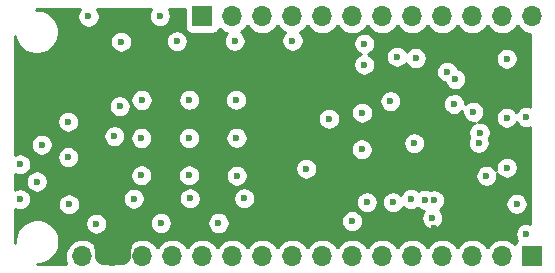
<source format=gbr>
G04 #@! TF.GenerationSoftware,KiCad,Pcbnew,(5.1.4)-1*
G04 #@! TF.CreationDate,2019-11-20T19:39:55+01:00*
G04 #@! TF.ProjectId,Open_Telemetry_digitalSensorShield,4f70656e-5f54-4656-9c65-6d657472795f,P1A_02 - Prototype manuf.*
G04 #@! TF.SameCoordinates,Original*
G04 #@! TF.FileFunction,Copper,L3,Inr*
G04 #@! TF.FilePolarity,Positive*
%FSLAX46Y46*%
G04 Gerber Fmt 4.6, Leading zero omitted, Abs format (unit mm)*
G04 Created by KiCad (PCBNEW (5.1.4)-1) date 2019-11-20 19:39:55*
%MOMM*%
%LPD*%
G04 APERTURE LIST*
%ADD10O,1.700000X1.700000*%
%ADD11R,1.700000X1.700000*%
%ADD12C,0.600000*%
%ADD13C,1.400000*%
%ADD14C,0.254000*%
G04 APERTURE END LIST*
D10*
X258445000Y-133223000D03*
X255905000Y-133223000D03*
X253365000Y-133223000D03*
X250825000Y-133223000D03*
X248285000Y-133223000D03*
X245745000Y-133223000D03*
X243205000Y-133223000D03*
X240665000Y-133223000D03*
X238125000Y-133223000D03*
X235585000Y-133223000D03*
X233045000Y-133223000D03*
D11*
X230505000Y-133223000D03*
D10*
X220345000Y-153543000D03*
X222885000Y-153543000D03*
X225425000Y-153543000D03*
X227965000Y-153543000D03*
X230505000Y-153543000D03*
X233045000Y-153543000D03*
X235585000Y-153543000D03*
X238125000Y-153543000D03*
X240665000Y-153543000D03*
X243205000Y-153543000D03*
X245745000Y-153543000D03*
X248285000Y-153543000D03*
X250825000Y-153543000D03*
X253365000Y-153543000D03*
X255905000Y-153543000D03*
D11*
X258445000Y-153543000D03*
D12*
X246700000Y-151050000D03*
X250310300Y-144077700D03*
X248705000Y-142084500D03*
X246500000Y-147400000D03*
X218624400Y-139076200D03*
X250097900Y-151099900D03*
X251569300Y-139723000D03*
X238796300Y-139829700D03*
X244415600Y-142555900D03*
X240941000Y-135882800D03*
X257840000Y-144592800D03*
X247384000Y-138120700D03*
X239065000Y-142629700D03*
X243200000Y-147550000D03*
X219235020Y-149138640D03*
X219161360Y-145130520D03*
X248197100Y-148679300D03*
X244012720Y-144477740D03*
X244438700Y-148952500D03*
X221539000Y-150760700D03*
X244223540Y-137302240D03*
X243200000Y-150550000D03*
X244045740Y-141366240D03*
X215100000Y-148700000D03*
X251818100Y-140625700D03*
X215100000Y-145750000D03*
X253987200Y-143058500D03*
X256286000Y-136796000D03*
X256298700Y-146019520D03*
X246443300Y-140402000D03*
X216500000Y-147200000D03*
X219161360Y-142128240D03*
X241239040Y-141881860D03*
X224708720Y-148645880D03*
X257957320Y-141739620D03*
X257939540Y-151643080D03*
X257939540Y-151643080D03*
X234066080Y-148617940D03*
X223509840Y-140827760D03*
X226918520Y-133192520D03*
X238150400Y-135270240D03*
X239313720Y-146110960D03*
X220878400Y-133225540D03*
X216916000Y-144078960D03*
X229453440Y-148628100D03*
X227002340Y-150715980D03*
X231886760Y-150715980D03*
X225371660Y-140294360D03*
X229412800Y-140276580D03*
X233372660Y-140281660D03*
X225356420Y-146685000D03*
X233423460Y-146700240D03*
X233408220Y-143502380D03*
X225356420Y-143517620D03*
X229397560Y-143517620D03*
X229397560Y-146685000D03*
X233253280Y-135280400D03*
X228356160Y-135315960D03*
X223641920Y-135354060D03*
X257121660Y-149085300D03*
X247002300Y-136631680D03*
X256286000Y-141783400D03*
X223070420Y-143362680D03*
X253463500Y-141288600D03*
X251938900Y-138529900D03*
X253906200Y-143916200D03*
X254573600Y-146717800D03*
X249981400Y-150287900D03*
X244232900Y-135531200D03*
X248455500Y-143954100D03*
X251241200Y-137905900D03*
X246664900Y-148950000D03*
X249342600Y-148736700D03*
X248584900Y-136747500D03*
X250148600Y-148778400D03*
D13*
X222885000Y-153543000D02*
X223734999Y-152693001D01*
X223734999Y-152693001D02*
X223765479Y-152693001D01*
X222885000Y-153543000D02*
X222035001Y-152693001D01*
X222035001Y-152399099D02*
X222035001Y-152693001D01*
X222885000Y-153543000D02*
X223674999Y-153543000D01*
X223674999Y-153543000D02*
X223674999Y-152234841D01*
X222140780Y-153543000D02*
X222120460Y-153522680D01*
X222885000Y-153543000D02*
X222140780Y-153543000D01*
X222120460Y-152484558D02*
X222035001Y-152399099D01*
X222120460Y-153522680D02*
X222120460Y-152484558D01*
D14*
G36*
X220049814Y-132782651D02*
G01*
X219979332Y-132952811D01*
X219943400Y-133133451D01*
X219943400Y-133317629D01*
X219979332Y-133498269D01*
X220049814Y-133668429D01*
X220152138Y-133821568D01*
X220282372Y-133951802D01*
X220435511Y-134054126D01*
X220605671Y-134124608D01*
X220786311Y-134160540D01*
X220970489Y-134160540D01*
X221151129Y-134124608D01*
X221321289Y-134054126D01*
X221474428Y-133951802D01*
X221604662Y-133821568D01*
X221706986Y-133668429D01*
X221777468Y-133498269D01*
X221813400Y-133317629D01*
X221813400Y-133133451D01*
X221777468Y-132952811D01*
X221706986Y-132782651D01*
X221604988Y-132630000D01*
X226169869Y-132630000D01*
X226089934Y-132749631D01*
X226019452Y-132919791D01*
X225983520Y-133100431D01*
X225983520Y-133284609D01*
X226019452Y-133465249D01*
X226089934Y-133635409D01*
X226192258Y-133788548D01*
X226322492Y-133918782D01*
X226475631Y-134021106D01*
X226645791Y-134091588D01*
X226826431Y-134127520D01*
X227010609Y-134127520D01*
X227191249Y-134091588D01*
X227361409Y-134021106D01*
X227514548Y-133918782D01*
X227644782Y-133788548D01*
X227747106Y-133635409D01*
X227817588Y-133465249D01*
X227853520Y-133284609D01*
X227853520Y-133100431D01*
X227817588Y-132919791D01*
X227747106Y-132749631D01*
X227667171Y-132630000D01*
X229016928Y-132630000D01*
X229016928Y-134073000D01*
X229029188Y-134197482D01*
X229065498Y-134317180D01*
X229124463Y-134427494D01*
X229203815Y-134524185D01*
X229300506Y-134603537D01*
X229410820Y-134662502D01*
X229530518Y-134698812D01*
X229655000Y-134711072D01*
X231355000Y-134711072D01*
X231479482Y-134698812D01*
X231599180Y-134662502D01*
X231709494Y-134603537D01*
X231806185Y-134524185D01*
X231885537Y-134427494D01*
X231944502Y-134317180D01*
X231965393Y-134248313D01*
X231989866Y-134278134D01*
X232215986Y-134463706D01*
X232473966Y-134601599D01*
X232578178Y-134633212D01*
X232527018Y-134684372D01*
X232424694Y-134837511D01*
X232354212Y-135007671D01*
X232318280Y-135188311D01*
X232318280Y-135372489D01*
X232354212Y-135553129D01*
X232424694Y-135723289D01*
X232527018Y-135876428D01*
X232657252Y-136006662D01*
X232810391Y-136108986D01*
X232980551Y-136179468D01*
X233161191Y-136215400D01*
X233345369Y-136215400D01*
X233526009Y-136179468D01*
X233696169Y-136108986D01*
X233849308Y-136006662D01*
X233979542Y-135876428D01*
X234081866Y-135723289D01*
X234152348Y-135553129D01*
X234188280Y-135372489D01*
X234188280Y-135188311D01*
X234152348Y-135007671D01*
X234081866Y-134837511D01*
X233979542Y-134684372D01*
X233849308Y-134554138D01*
X233785096Y-134511233D01*
X233874014Y-134463706D01*
X234100134Y-134278134D01*
X234285706Y-134052014D01*
X234315000Y-133997209D01*
X234344294Y-134052014D01*
X234529866Y-134278134D01*
X234755986Y-134463706D01*
X235013966Y-134601599D01*
X235293889Y-134686513D01*
X235512050Y-134708000D01*
X235657950Y-134708000D01*
X235876111Y-134686513D01*
X236156034Y-134601599D01*
X236414014Y-134463706D01*
X236640134Y-134278134D01*
X236825706Y-134052014D01*
X236855000Y-133997209D01*
X236884294Y-134052014D01*
X237069866Y-134278134D01*
X237295986Y-134463706D01*
X237516680Y-134581670D01*
X237424138Y-134674212D01*
X237321814Y-134827351D01*
X237251332Y-134997511D01*
X237215400Y-135178151D01*
X237215400Y-135362329D01*
X237251332Y-135542969D01*
X237321814Y-135713129D01*
X237424138Y-135866268D01*
X237554372Y-135996502D01*
X237707511Y-136098826D01*
X237877671Y-136169308D01*
X238058311Y-136205240D01*
X238242489Y-136205240D01*
X238423129Y-136169308D01*
X238593289Y-136098826D01*
X238746428Y-135996502D01*
X238876662Y-135866268D01*
X238978986Y-135713129D01*
X239049468Y-135542969D01*
X239085400Y-135362329D01*
X239085400Y-135178151D01*
X239049468Y-134997511D01*
X238978986Y-134827351D01*
X238876662Y-134674212D01*
X238766425Y-134563975D01*
X238954014Y-134463706D01*
X239180134Y-134278134D01*
X239365706Y-134052014D01*
X239395000Y-133997209D01*
X239424294Y-134052014D01*
X239609866Y-134278134D01*
X239835986Y-134463706D01*
X240093966Y-134601599D01*
X240373889Y-134686513D01*
X240592050Y-134708000D01*
X240737950Y-134708000D01*
X240956111Y-134686513D01*
X241236034Y-134601599D01*
X241494014Y-134463706D01*
X241720134Y-134278134D01*
X241905706Y-134052014D01*
X241935000Y-133997209D01*
X241964294Y-134052014D01*
X242149866Y-134278134D01*
X242375986Y-134463706D01*
X242633966Y-134601599D01*
X242913889Y-134686513D01*
X243132050Y-134708000D01*
X243277950Y-134708000D01*
X243496111Y-134686513D01*
X243776034Y-134601599D01*
X244034014Y-134463706D01*
X244260134Y-134278134D01*
X244445706Y-134052014D01*
X244475000Y-133997209D01*
X244504294Y-134052014D01*
X244689866Y-134278134D01*
X244915986Y-134463706D01*
X245173966Y-134601599D01*
X245453889Y-134686513D01*
X245672050Y-134708000D01*
X245817950Y-134708000D01*
X246036111Y-134686513D01*
X246316034Y-134601599D01*
X246574014Y-134463706D01*
X246800134Y-134278134D01*
X246985706Y-134052014D01*
X247015000Y-133997209D01*
X247044294Y-134052014D01*
X247229866Y-134278134D01*
X247455986Y-134463706D01*
X247713966Y-134601599D01*
X247993889Y-134686513D01*
X248212050Y-134708000D01*
X248357950Y-134708000D01*
X248576111Y-134686513D01*
X248856034Y-134601599D01*
X249114014Y-134463706D01*
X249340134Y-134278134D01*
X249525706Y-134052014D01*
X249555000Y-133997209D01*
X249584294Y-134052014D01*
X249769866Y-134278134D01*
X249995986Y-134463706D01*
X250253966Y-134601599D01*
X250533889Y-134686513D01*
X250752050Y-134708000D01*
X250897950Y-134708000D01*
X251116111Y-134686513D01*
X251396034Y-134601599D01*
X251654014Y-134463706D01*
X251880134Y-134278134D01*
X252065706Y-134052014D01*
X252095000Y-133997209D01*
X252124294Y-134052014D01*
X252309866Y-134278134D01*
X252535986Y-134463706D01*
X252793966Y-134601599D01*
X253073889Y-134686513D01*
X253292050Y-134708000D01*
X253437950Y-134708000D01*
X253656111Y-134686513D01*
X253936034Y-134601599D01*
X254194014Y-134463706D01*
X254420134Y-134278134D01*
X254605706Y-134052014D01*
X254635000Y-133997209D01*
X254664294Y-134052014D01*
X254849866Y-134278134D01*
X255075986Y-134463706D01*
X255333966Y-134601599D01*
X255613889Y-134686513D01*
X255832050Y-134708000D01*
X255977950Y-134708000D01*
X256196111Y-134686513D01*
X256476034Y-134601599D01*
X256734014Y-134463706D01*
X256960134Y-134278134D01*
X257145706Y-134052014D01*
X257175000Y-133997209D01*
X257204294Y-134052014D01*
X257389866Y-134278134D01*
X257615986Y-134463706D01*
X257873966Y-134601599D01*
X258153889Y-134686513D01*
X258273000Y-134698244D01*
X258273000Y-140858343D01*
X258230049Y-140840552D01*
X258049409Y-140804620D01*
X257865231Y-140804620D01*
X257684591Y-140840552D01*
X257514431Y-140911034D01*
X257361292Y-141013358D01*
X257231058Y-141143592D01*
X257128734Y-141296731D01*
X257112125Y-141336828D01*
X257012262Y-141187372D01*
X256882028Y-141057138D01*
X256728889Y-140954814D01*
X256558729Y-140884332D01*
X256378089Y-140848400D01*
X256193911Y-140848400D01*
X256013271Y-140884332D01*
X255843111Y-140954814D01*
X255689972Y-141057138D01*
X255559738Y-141187372D01*
X255457414Y-141340511D01*
X255386932Y-141510671D01*
X255351000Y-141691311D01*
X255351000Y-141875489D01*
X255386932Y-142056129D01*
X255457414Y-142226289D01*
X255559738Y-142379428D01*
X255689972Y-142509662D01*
X255843111Y-142611986D01*
X256013271Y-142682468D01*
X256193911Y-142718400D01*
X256378089Y-142718400D01*
X256558729Y-142682468D01*
X256728889Y-142611986D01*
X256882028Y-142509662D01*
X257012262Y-142379428D01*
X257114586Y-142226289D01*
X257131195Y-142186192D01*
X257231058Y-142335648D01*
X257361292Y-142465882D01*
X257514431Y-142568206D01*
X257684591Y-142638688D01*
X257865231Y-142674620D01*
X258049409Y-142674620D01*
X258230049Y-142638688D01*
X258273000Y-142620897D01*
X258273000Y-150769167D01*
X258212269Y-150744012D01*
X258031629Y-150708080D01*
X257847451Y-150708080D01*
X257666811Y-150744012D01*
X257496651Y-150814494D01*
X257343512Y-150916818D01*
X257213278Y-151047052D01*
X257110954Y-151200191D01*
X257040472Y-151370351D01*
X257004540Y-151550991D01*
X257004540Y-151735169D01*
X257040472Y-151915809D01*
X257110954Y-152085969D01*
X257189846Y-152204039D01*
X257143815Y-152241815D01*
X257064463Y-152338506D01*
X257005498Y-152448820D01*
X256984607Y-152517687D01*
X256960134Y-152487866D01*
X256734014Y-152302294D01*
X256476034Y-152164401D01*
X256196111Y-152079487D01*
X255977950Y-152058000D01*
X255832050Y-152058000D01*
X255613889Y-152079487D01*
X255333966Y-152164401D01*
X255075986Y-152302294D01*
X254849866Y-152487866D01*
X254664294Y-152713986D01*
X254635000Y-152768791D01*
X254605706Y-152713986D01*
X254420134Y-152487866D01*
X254194014Y-152302294D01*
X253936034Y-152164401D01*
X253656111Y-152079487D01*
X253437950Y-152058000D01*
X253292050Y-152058000D01*
X253073889Y-152079487D01*
X252793966Y-152164401D01*
X252535986Y-152302294D01*
X252309866Y-152487866D01*
X252124294Y-152713986D01*
X252095000Y-152768791D01*
X252065706Y-152713986D01*
X251880134Y-152487866D01*
X251654014Y-152302294D01*
X251396034Y-152164401D01*
X251116111Y-152079487D01*
X250897950Y-152058000D01*
X250752050Y-152058000D01*
X250533889Y-152079487D01*
X250253966Y-152164401D01*
X249995986Y-152302294D01*
X249769866Y-152487866D01*
X249584294Y-152713986D01*
X249555000Y-152768791D01*
X249525706Y-152713986D01*
X249340134Y-152487866D01*
X249114014Y-152302294D01*
X248856034Y-152164401D01*
X248576111Y-152079487D01*
X248357950Y-152058000D01*
X248212050Y-152058000D01*
X247993889Y-152079487D01*
X247713966Y-152164401D01*
X247455986Y-152302294D01*
X247229866Y-152487866D01*
X247044294Y-152713986D01*
X247015000Y-152768791D01*
X246985706Y-152713986D01*
X246800134Y-152487866D01*
X246574014Y-152302294D01*
X246316034Y-152164401D01*
X246036111Y-152079487D01*
X245817950Y-152058000D01*
X245672050Y-152058000D01*
X245453889Y-152079487D01*
X245173966Y-152164401D01*
X244915986Y-152302294D01*
X244689866Y-152487866D01*
X244504294Y-152713986D01*
X244475000Y-152768791D01*
X244445706Y-152713986D01*
X244260134Y-152487866D01*
X244034014Y-152302294D01*
X243776034Y-152164401D01*
X243496111Y-152079487D01*
X243277950Y-152058000D01*
X243132050Y-152058000D01*
X242913889Y-152079487D01*
X242633966Y-152164401D01*
X242375986Y-152302294D01*
X242149866Y-152487866D01*
X241964294Y-152713986D01*
X241935000Y-152768791D01*
X241905706Y-152713986D01*
X241720134Y-152487866D01*
X241494014Y-152302294D01*
X241236034Y-152164401D01*
X240956111Y-152079487D01*
X240737950Y-152058000D01*
X240592050Y-152058000D01*
X240373889Y-152079487D01*
X240093966Y-152164401D01*
X239835986Y-152302294D01*
X239609866Y-152487866D01*
X239424294Y-152713986D01*
X239395000Y-152768791D01*
X239365706Y-152713986D01*
X239180134Y-152487866D01*
X238954014Y-152302294D01*
X238696034Y-152164401D01*
X238416111Y-152079487D01*
X238197950Y-152058000D01*
X238052050Y-152058000D01*
X237833889Y-152079487D01*
X237553966Y-152164401D01*
X237295986Y-152302294D01*
X237069866Y-152487866D01*
X236884294Y-152713986D01*
X236855000Y-152768791D01*
X236825706Y-152713986D01*
X236640134Y-152487866D01*
X236414014Y-152302294D01*
X236156034Y-152164401D01*
X235876111Y-152079487D01*
X235657950Y-152058000D01*
X235512050Y-152058000D01*
X235293889Y-152079487D01*
X235013966Y-152164401D01*
X234755986Y-152302294D01*
X234529866Y-152487866D01*
X234344294Y-152713986D01*
X234315000Y-152768791D01*
X234285706Y-152713986D01*
X234100134Y-152487866D01*
X233874014Y-152302294D01*
X233616034Y-152164401D01*
X233336111Y-152079487D01*
X233117950Y-152058000D01*
X232972050Y-152058000D01*
X232753889Y-152079487D01*
X232473966Y-152164401D01*
X232215986Y-152302294D01*
X231989866Y-152487866D01*
X231804294Y-152713986D01*
X231775000Y-152768791D01*
X231745706Y-152713986D01*
X231560134Y-152487866D01*
X231334014Y-152302294D01*
X231076034Y-152164401D01*
X230796111Y-152079487D01*
X230577950Y-152058000D01*
X230432050Y-152058000D01*
X230213889Y-152079487D01*
X229933966Y-152164401D01*
X229675986Y-152302294D01*
X229449866Y-152487866D01*
X229264294Y-152713986D01*
X229235000Y-152768791D01*
X229205706Y-152713986D01*
X229020134Y-152487866D01*
X228794014Y-152302294D01*
X228536034Y-152164401D01*
X228256111Y-152079487D01*
X228037950Y-152058000D01*
X227892050Y-152058000D01*
X227673889Y-152079487D01*
X227393966Y-152164401D01*
X227135986Y-152302294D01*
X226909866Y-152487866D01*
X226724294Y-152713986D01*
X226695000Y-152768791D01*
X226665706Y-152713986D01*
X226480134Y-152487866D01*
X226254014Y-152302294D01*
X225996034Y-152164401D01*
X225716111Y-152079487D01*
X225497950Y-152058000D01*
X225352050Y-152058000D01*
X225133889Y-152079487D01*
X224853966Y-152164401D01*
X224595986Y-152302294D01*
X224369866Y-152487866D01*
X224184294Y-152713986D01*
X224149799Y-152778523D01*
X224080178Y-152661645D01*
X223885269Y-152445412D01*
X223651920Y-152271359D01*
X223389099Y-152146175D01*
X223241890Y-152101524D01*
X223012000Y-152222845D01*
X223012000Y-153416000D01*
X223032000Y-153416000D01*
X223032000Y-153670000D01*
X223012000Y-153670000D01*
X223012000Y-153690000D01*
X222758000Y-153690000D01*
X222758000Y-153670000D01*
X222738000Y-153670000D01*
X222738000Y-153416000D01*
X222758000Y-153416000D01*
X222758000Y-152222845D01*
X222528110Y-152101524D01*
X222380901Y-152146175D01*
X222118080Y-152271359D01*
X221884731Y-152445412D01*
X221689822Y-152661645D01*
X221620201Y-152778523D01*
X221585706Y-152713986D01*
X221400134Y-152487866D01*
X221174014Y-152302294D01*
X220916034Y-152164401D01*
X220636111Y-152079487D01*
X220417950Y-152058000D01*
X220272050Y-152058000D01*
X220053889Y-152079487D01*
X219773966Y-152164401D01*
X219515986Y-152302294D01*
X219289866Y-152487866D01*
X219104294Y-152713986D01*
X218966401Y-152971966D01*
X218881487Y-153251889D01*
X218852815Y-153543000D01*
X218881487Y-153834111D01*
X218966401Y-154114034D01*
X218996315Y-154170000D01*
X216547279Y-154170000D01*
X216502608Y-154165620D01*
X216720656Y-154165620D01*
X217084834Y-154093181D01*
X217427882Y-153951086D01*
X217736618Y-153744795D01*
X217999175Y-153482238D01*
X218205466Y-153173502D01*
X218347561Y-152830454D01*
X218420000Y-152466276D01*
X218420000Y-152094964D01*
X218347561Y-151730786D01*
X218205466Y-151387738D01*
X217999175Y-151079002D01*
X217736618Y-150816445D01*
X217515369Y-150668611D01*
X220604000Y-150668611D01*
X220604000Y-150852789D01*
X220639932Y-151033429D01*
X220710414Y-151203589D01*
X220812738Y-151356728D01*
X220942972Y-151486962D01*
X221096111Y-151589286D01*
X221266271Y-151659768D01*
X221446911Y-151695700D01*
X221631089Y-151695700D01*
X221811729Y-151659768D01*
X221981889Y-151589286D01*
X222135028Y-151486962D01*
X222265262Y-151356728D01*
X222367586Y-151203589D01*
X222438068Y-151033429D01*
X222474000Y-150852789D01*
X222474000Y-150668611D01*
X222465105Y-150623891D01*
X226067340Y-150623891D01*
X226067340Y-150808069D01*
X226103272Y-150988709D01*
X226173754Y-151158869D01*
X226276078Y-151312008D01*
X226406312Y-151442242D01*
X226559451Y-151544566D01*
X226729611Y-151615048D01*
X226910251Y-151650980D01*
X227094429Y-151650980D01*
X227275069Y-151615048D01*
X227445229Y-151544566D01*
X227598368Y-151442242D01*
X227728602Y-151312008D01*
X227830926Y-151158869D01*
X227901408Y-150988709D01*
X227937340Y-150808069D01*
X227937340Y-150623891D01*
X230951760Y-150623891D01*
X230951760Y-150808069D01*
X230987692Y-150988709D01*
X231058174Y-151158869D01*
X231160498Y-151312008D01*
X231290732Y-151442242D01*
X231443871Y-151544566D01*
X231614031Y-151615048D01*
X231794671Y-151650980D01*
X231978849Y-151650980D01*
X232159489Y-151615048D01*
X232329649Y-151544566D01*
X232482788Y-151442242D01*
X232613022Y-151312008D01*
X232715346Y-151158869D01*
X232785828Y-150988709D01*
X232821760Y-150808069D01*
X232821760Y-150623891D01*
X232788745Y-150457911D01*
X242265000Y-150457911D01*
X242265000Y-150642089D01*
X242300932Y-150822729D01*
X242371414Y-150992889D01*
X242473738Y-151146028D01*
X242603972Y-151276262D01*
X242757111Y-151378586D01*
X242927271Y-151449068D01*
X243107911Y-151485000D01*
X243292089Y-151485000D01*
X243472729Y-151449068D01*
X243642889Y-151378586D01*
X243796028Y-151276262D01*
X243926262Y-151146028D01*
X244028586Y-150992889D01*
X244099068Y-150822729D01*
X244135000Y-150642089D01*
X244135000Y-150457911D01*
X244099068Y-150277271D01*
X244028586Y-150107111D01*
X243926262Y-149953972D01*
X243796028Y-149823738D01*
X243642889Y-149721414D01*
X243472729Y-149650932D01*
X243292089Y-149615000D01*
X243107911Y-149615000D01*
X242927271Y-149650932D01*
X242757111Y-149721414D01*
X242603972Y-149823738D01*
X242473738Y-149953972D01*
X242371414Y-150107111D01*
X242300932Y-150277271D01*
X242265000Y-150457911D01*
X232788745Y-150457911D01*
X232785828Y-150443251D01*
X232715346Y-150273091D01*
X232613022Y-150119952D01*
X232482788Y-149989718D01*
X232329649Y-149887394D01*
X232159489Y-149816912D01*
X231978849Y-149780980D01*
X231794671Y-149780980D01*
X231614031Y-149816912D01*
X231443871Y-149887394D01*
X231290732Y-149989718D01*
X231160498Y-150119952D01*
X231058174Y-150273091D01*
X230987692Y-150443251D01*
X230951760Y-150623891D01*
X227937340Y-150623891D01*
X227901408Y-150443251D01*
X227830926Y-150273091D01*
X227728602Y-150119952D01*
X227598368Y-149989718D01*
X227445229Y-149887394D01*
X227275069Y-149816912D01*
X227094429Y-149780980D01*
X226910251Y-149780980D01*
X226729611Y-149816912D01*
X226559451Y-149887394D01*
X226406312Y-149989718D01*
X226276078Y-150119952D01*
X226173754Y-150273091D01*
X226103272Y-150443251D01*
X226067340Y-150623891D01*
X222465105Y-150623891D01*
X222438068Y-150487971D01*
X222367586Y-150317811D01*
X222265262Y-150164672D01*
X222135028Y-150034438D01*
X221981889Y-149932114D01*
X221811729Y-149861632D01*
X221631089Y-149825700D01*
X221446911Y-149825700D01*
X221266271Y-149861632D01*
X221096111Y-149932114D01*
X220942972Y-150034438D01*
X220812738Y-150164672D01*
X220710414Y-150317811D01*
X220639932Y-150487971D01*
X220604000Y-150668611D01*
X217515369Y-150668611D01*
X217427882Y-150610154D01*
X217084834Y-150468059D01*
X216720656Y-150395620D01*
X216349344Y-150395620D01*
X215985166Y-150468059D01*
X215642118Y-150610154D01*
X215333382Y-150816445D01*
X215070825Y-151079002D01*
X214864534Y-151387738D01*
X214722439Y-151730786D01*
X214650000Y-152094964D01*
X214650000Y-152415273D01*
X214635000Y-152272557D01*
X214635000Y-149513812D01*
X214657111Y-149528586D01*
X214827271Y-149599068D01*
X215007911Y-149635000D01*
X215192089Y-149635000D01*
X215372729Y-149599068D01*
X215542889Y-149528586D01*
X215696028Y-149426262D01*
X215826262Y-149296028D01*
X215928586Y-149142889D01*
X215968490Y-149046551D01*
X218300020Y-149046551D01*
X218300020Y-149230729D01*
X218335952Y-149411369D01*
X218406434Y-149581529D01*
X218508758Y-149734668D01*
X218638992Y-149864902D01*
X218792131Y-149967226D01*
X218962291Y-150037708D01*
X219142931Y-150073640D01*
X219327109Y-150073640D01*
X219507749Y-150037708D01*
X219677909Y-149967226D01*
X219831048Y-149864902D01*
X219961282Y-149734668D01*
X220063606Y-149581529D01*
X220134088Y-149411369D01*
X220170020Y-149230729D01*
X220170020Y-149046551D01*
X220134088Y-148865911D01*
X220063606Y-148695751D01*
X219968752Y-148553791D01*
X223773720Y-148553791D01*
X223773720Y-148737969D01*
X223809652Y-148918609D01*
X223880134Y-149088769D01*
X223982458Y-149241908D01*
X224112692Y-149372142D01*
X224265831Y-149474466D01*
X224435991Y-149544948D01*
X224616631Y-149580880D01*
X224800809Y-149580880D01*
X224981449Y-149544948D01*
X225151609Y-149474466D01*
X225304748Y-149372142D01*
X225434982Y-149241908D01*
X225537306Y-149088769D01*
X225607788Y-148918609D01*
X225643720Y-148737969D01*
X225643720Y-148553791D01*
X225640184Y-148536011D01*
X228518440Y-148536011D01*
X228518440Y-148720189D01*
X228554372Y-148900829D01*
X228624854Y-149070989D01*
X228727178Y-149224128D01*
X228857412Y-149354362D01*
X229010551Y-149456686D01*
X229180711Y-149527168D01*
X229361351Y-149563100D01*
X229545529Y-149563100D01*
X229726169Y-149527168D01*
X229896329Y-149456686D01*
X230049468Y-149354362D01*
X230179702Y-149224128D01*
X230282026Y-149070989D01*
X230352508Y-148900829D01*
X230388440Y-148720189D01*
X230388440Y-148536011D01*
X230386420Y-148525851D01*
X233131080Y-148525851D01*
X233131080Y-148710029D01*
X233167012Y-148890669D01*
X233237494Y-149060829D01*
X233339818Y-149213968D01*
X233470052Y-149344202D01*
X233623191Y-149446526D01*
X233793351Y-149517008D01*
X233973991Y-149552940D01*
X234158169Y-149552940D01*
X234338809Y-149517008D01*
X234508969Y-149446526D01*
X234662108Y-149344202D01*
X234792342Y-149213968D01*
X234894666Y-149060829D01*
X234965148Y-148890669D01*
X234971166Y-148860411D01*
X243503700Y-148860411D01*
X243503700Y-149044589D01*
X243539632Y-149225229D01*
X243610114Y-149395389D01*
X243712438Y-149548528D01*
X243842672Y-149678762D01*
X243995811Y-149781086D01*
X244165971Y-149851568D01*
X244346611Y-149887500D01*
X244530789Y-149887500D01*
X244711429Y-149851568D01*
X244881589Y-149781086D01*
X245034728Y-149678762D01*
X245164962Y-149548528D01*
X245267286Y-149395389D01*
X245337768Y-149225229D01*
X245373700Y-149044589D01*
X245373700Y-148860411D01*
X245373203Y-148857911D01*
X245729900Y-148857911D01*
X245729900Y-149042089D01*
X245765832Y-149222729D01*
X245836314Y-149392889D01*
X245938638Y-149546028D01*
X246068872Y-149676262D01*
X246222011Y-149778586D01*
X246392171Y-149849068D01*
X246572811Y-149885000D01*
X246756989Y-149885000D01*
X246937629Y-149849068D01*
X247107789Y-149778586D01*
X247260928Y-149676262D01*
X247391162Y-149546028D01*
X247493486Y-149392889D01*
X247521285Y-149325775D01*
X247601072Y-149405562D01*
X247754211Y-149507886D01*
X247924371Y-149578368D01*
X248105011Y-149614300D01*
X248289189Y-149614300D01*
X248469829Y-149578368D01*
X248639989Y-149507886D01*
X248730811Y-149447201D01*
X248746572Y-149462962D01*
X248899711Y-149565286D01*
X249069871Y-149635768D01*
X249250511Y-149671700D01*
X249275310Y-149671700D01*
X249255138Y-149691872D01*
X249152814Y-149845011D01*
X249082332Y-150015171D01*
X249046400Y-150195811D01*
X249046400Y-150379989D01*
X249082332Y-150560629D01*
X249152814Y-150730789D01*
X249255138Y-150883928D01*
X249385372Y-151014162D01*
X249538511Y-151116486D01*
X249708671Y-151186968D01*
X249889311Y-151222900D01*
X250073489Y-151222900D01*
X250254129Y-151186968D01*
X250424289Y-151116486D01*
X250577428Y-151014162D01*
X250707662Y-150883928D01*
X250809986Y-150730789D01*
X250880468Y-150560629D01*
X250916400Y-150379989D01*
X250916400Y-150195811D01*
X250880468Y-150015171D01*
X250809986Y-149845011D01*
X250707662Y-149691872D01*
X250610244Y-149594454D01*
X250744628Y-149504662D01*
X250874862Y-149374428D01*
X250977186Y-149221289D01*
X251047668Y-149051129D01*
X251059188Y-148993211D01*
X256186660Y-148993211D01*
X256186660Y-149177389D01*
X256222592Y-149358029D01*
X256293074Y-149528189D01*
X256395398Y-149681328D01*
X256525632Y-149811562D01*
X256678771Y-149913886D01*
X256848931Y-149984368D01*
X257029571Y-150020300D01*
X257213749Y-150020300D01*
X257394389Y-149984368D01*
X257564549Y-149913886D01*
X257717688Y-149811562D01*
X257847922Y-149681328D01*
X257950246Y-149528189D01*
X258020728Y-149358029D01*
X258056660Y-149177389D01*
X258056660Y-148993211D01*
X258020728Y-148812571D01*
X257950246Y-148642411D01*
X257847922Y-148489272D01*
X257717688Y-148359038D01*
X257564549Y-148256714D01*
X257394389Y-148186232D01*
X257213749Y-148150300D01*
X257029571Y-148150300D01*
X256848931Y-148186232D01*
X256678771Y-148256714D01*
X256525632Y-148359038D01*
X256395398Y-148489272D01*
X256293074Y-148642411D01*
X256222592Y-148812571D01*
X256186660Y-148993211D01*
X251059188Y-148993211D01*
X251083600Y-148870489D01*
X251083600Y-148686311D01*
X251047668Y-148505671D01*
X250977186Y-148335511D01*
X250874862Y-148182372D01*
X250744628Y-148052138D01*
X250591489Y-147949814D01*
X250421329Y-147879332D01*
X250240689Y-147843400D01*
X250056511Y-147843400D01*
X249875871Y-147879332D01*
X249793485Y-147913457D01*
X249785489Y-147908114D01*
X249615329Y-147837632D01*
X249434689Y-147801700D01*
X249250511Y-147801700D01*
X249069871Y-147837632D01*
X248899711Y-147908114D01*
X248808889Y-147968799D01*
X248793128Y-147953038D01*
X248639989Y-147850714D01*
X248469829Y-147780232D01*
X248289189Y-147744300D01*
X248105011Y-147744300D01*
X247924371Y-147780232D01*
X247754211Y-147850714D01*
X247601072Y-147953038D01*
X247470838Y-148083272D01*
X247368514Y-148236411D01*
X247340715Y-148303525D01*
X247260928Y-148223738D01*
X247107789Y-148121414D01*
X246937629Y-148050932D01*
X246756989Y-148015000D01*
X246572811Y-148015000D01*
X246392171Y-148050932D01*
X246222011Y-148121414D01*
X246068872Y-148223738D01*
X245938638Y-148353972D01*
X245836314Y-148507111D01*
X245765832Y-148677271D01*
X245729900Y-148857911D01*
X245373203Y-148857911D01*
X245337768Y-148679771D01*
X245267286Y-148509611D01*
X245164962Y-148356472D01*
X245034728Y-148226238D01*
X244881589Y-148123914D01*
X244711429Y-148053432D01*
X244530789Y-148017500D01*
X244346611Y-148017500D01*
X244165971Y-148053432D01*
X243995811Y-148123914D01*
X243842672Y-148226238D01*
X243712438Y-148356472D01*
X243610114Y-148509611D01*
X243539632Y-148679771D01*
X243503700Y-148860411D01*
X234971166Y-148860411D01*
X235001080Y-148710029D01*
X235001080Y-148525851D01*
X234965148Y-148345211D01*
X234894666Y-148175051D01*
X234792342Y-148021912D01*
X234662108Y-147891678D01*
X234508969Y-147789354D01*
X234338809Y-147718872D01*
X234158169Y-147682940D01*
X233973991Y-147682940D01*
X233793351Y-147718872D01*
X233623191Y-147789354D01*
X233470052Y-147891678D01*
X233339818Y-148021912D01*
X233237494Y-148175051D01*
X233167012Y-148345211D01*
X233131080Y-148525851D01*
X230386420Y-148525851D01*
X230352508Y-148355371D01*
X230282026Y-148185211D01*
X230179702Y-148032072D01*
X230049468Y-147901838D01*
X229896329Y-147799514D01*
X229726169Y-147729032D01*
X229545529Y-147693100D01*
X229361351Y-147693100D01*
X229180711Y-147729032D01*
X229010551Y-147799514D01*
X228857412Y-147901838D01*
X228727178Y-148032072D01*
X228624854Y-148185211D01*
X228554372Y-148355371D01*
X228518440Y-148536011D01*
X225640184Y-148536011D01*
X225607788Y-148373151D01*
X225537306Y-148202991D01*
X225434982Y-148049852D01*
X225304748Y-147919618D01*
X225151609Y-147817294D01*
X224981449Y-147746812D01*
X224800809Y-147710880D01*
X224616631Y-147710880D01*
X224435991Y-147746812D01*
X224265831Y-147817294D01*
X224112692Y-147919618D01*
X223982458Y-148049852D01*
X223880134Y-148202991D01*
X223809652Y-148373151D01*
X223773720Y-148553791D01*
X219968752Y-148553791D01*
X219961282Y-148542612D01*
X219831048Y-148412378D01*
X219677909Y-148310054D01*
X219507749Y-148239572D01*
X219327109Y-148203640D01*
X219142931Y-148203640D01*
X218962291Y-148239572D01*
X218792131Y-148310054D01*
X218638992Y-148412378D01*
X218508758Y-148542612D01*
X218406434Y-148695751D01*
X218335952Y-148865911D01*
X218300020Y-149046551D01*
X215968490Y-149046551D01*
X215999068Y-148972729D01*
X216035000Y-148792089D01*
X216035000Y-148607911D01*
X215999068Y-148427271D01*
X215928586Y-148257111D01*
X215826262Y-148103972D01*
X215696028Y-147973738D01*
X215542889Y-147871414D01*
X215372729Y-147800932D01*
X215192089Y-147765000D01*
X215007911Y-147765000D01*
X214827271Y-147800932D01*
X214657111Y-147871414D01*
X214635000Y-147886188D01*
X214635000Y-147107911D01*
X215565000Y-147107911D01*
X215565000Y-147292089D01*
X215600932Y-147472729D01*
X215671414Y-147642889D01*
X215773738Y-147796028D01*
X215903972Y-147926262D01*
X216057111Y-148028586D01*
X216227271Y-148099068D01*
X216407911Y-148135000D01*
X216592089Y-148135000D01*
X216772729Y-148099068D01*
X216942889Y-148028586D01*
X217096028Y-147926262D01*
X217226262Y-147796028D01*
X217328586Y-147642889D01*
X217399068Y-147472729D01*
X217435000Y-147292089D01*
X217435000Y-147107911D01*
X217399068Y-146927271D01*
X217328586Y-146757111D01*
X217226262Y-146603972D01*
X217215201Y-146592911D01*
X224421420Y-146592911D01*
X224421420Y-146777089D01*
X224457352Y-146957729D01*
X224527834Y-147127889D01*
X224630158Y-147281028D01*
X224760392Y-147411262D01*
X224913531Y-147513586D01*
X225083691Y-147584068D01*
X225264331Y-147620000D01*
X225448509Y-147620000D01*
X225629149Y-147584068D01*
X225799309Y-147513586D01*
X225952448Y-147411262D01*
X226082682Y-147281028D01*
X226185006Y-147127889D01*
X226255488Y-146957729D01*
X226291420Y-146777089D01*
X226291420Y-146592911D01*
X228462560Y-146592911D01*
X228462560Y-146777089D01*
X228498492Y-146957729D01*
X228568974Y-147127889D01*
X228671298Y-147281028D01*
X228801532Y-147411262D01*
X228954671Y-147513586D01*
X229124831Y-147584068D01*
X229305471Y-147620000D01*
X229489649Y-147620000D01*
X229670289Y-147584068D01*
X229840449Y-147513586D01*
X229993588Y-147411262D01*
X230123822Y-147281028D01*
X230226146Y-147127889D01*
X230296628Y-146957729D01*
X230332560Y-146777089D01*
X230332560Y-146608151D01*
X232488460Y-146608151D01*
X232488460Y-146792329D01*
X232524392Y-146972969D01*
X232594874Y-147143129D01*
X232697198Y-147296268D01*
X232827432Y-147426502D01*
X232980571Y-147528826D01*
X233150731Y-147599308D01*
X233331371Y-147635240D01*
X233515549Y-147635240D01*
X233696189Y-147599308D01*
X233866349Y-147528826D01*
X234019488Y-147426502D01*
X234149722Y-147296268D01*
X234252046Y-147143129D01*
X234322528Y-146972969D01*
X234358460Y-146792329D01*
X234358460Y-146608151D01*
X234322528Y-146427511D01*
X234252046Y-146257351D01*
X234149722Y-146104212D01*
X234064381Y-146018871D01*
X238378720Y-146018871D01*
X238378720Y-146203049D01*
X238414652Y-146383689D01*
X238485134Y-146553849D01*
X238587458Y-146706988D01*
X238717692Y-146837222D01*
X238870831Y-146939546D01*
X239040991Y-147010028D01*
X239221631Y-147045960D01*
X239405809Y-147045960D01*
X239586449Y-147010028D01*
X239756609Y-146939546D01*
X239909748Y-146837222D01*
X240039982Y-146706988D01*
X240094289Y-146625711D01*
X253638600Y-146625711D01*
X253638600Y-146809889D01*
X253674532Y-146990529D01*
X253745014Y-147160689D01*
X253847338Y-147313828D01*
X253977572Y-147444062D01*
X254130711Y-147546386D01*
X254300871Y-147616868D01*
X254481511Y-147652800D01*
X254665689Y-147652800D01*
X254846329Y-147616868D01*
X255016489Y-147546386D01*
X255169628Y-147444062D01*
X255299862Y-147313828D01*
X255402186Y-147160689D01*
X255472668Y-146990529D01*
X255508600Y-146809889D01*
X255508600Y-146625711D01*
X255478661Y-146475201D01*
X255572438Y-146615548D01*
X255702672Y-146745782D01*
X255855811Y-146848106D01*
X256025971Y-146918588D01*
X256206611Y-146954520D01*
X256390789Y-146954520D01*
X256571429Y-146918588D01*
X256741589Y-146848106D01*
X256894728Y-146745782D01*
X257024962Y-146615548D01*
X257127286Y-146462409D01*
X257197768Y-146292249D01*
X257233700Y-146111609D01*
X257233700Y-145927431D01*
X257197768Y-145746791D01*
X257127286Y-145576631D01*
X257024962Y-145423492D01*
X256894728Y-145293258D01*
X256741589Y-145190934D01*
X256571429Y-145120452D01*
X256390789Y-145084520D01*
X256206611Y-145084520D01*
X256025971Y-145120452D01*
X255855811Y-145190934D01*
X255702672Y-145293258D01*
X255572438Y-145423492D01*
X255470114Y-145576631D01*
X255399632Y-145746791D01*
X255363700Y-145927431D01*
X255363700Y-146111609D01*
X255393639Y-146262119D01*
X255299862Y-146121772D01*
X255169628Y-145991538D01*
X255016489Y-145889214D01*
X254846329Y-145818732D01*
X254665689Y-145782800D01*
X254481511Y-145782800D01*
X254300871Y-145818732D01*
X254130711Y-145889214D01*
X253977572Y-145991538D01*
X253847338Y-146121772D01*
X253745014Y-146274911D01*
X253674532Y-146445071D01*
X253638600Y-146625711D01*
X240094289Y-146625711D01*
X240142306Y-146553849D01*
X240212788Y-146383689D01*
X240248720Y-146203049D01*
X240248720Y-146018871D01*
X240212788Y-145838231D01*
X240142306Y-145668071D01*
X240039982Y-145514932D01*
X239909748Y-145384698D01*
X239756609Y-145282374D01*
X239586449Y-145211892D01*
X239405809Y-145175960D01*
X239221631Y-145175960D01*
X239040991Y-145211892D01*
X238870831Y-145282374D01*
X238717692Y-145384698D01*
X238587458Y-145514932D01*
X238485134Y-145668071D01*
X238414652Y-145838231D01*
X238378720Y-146018871D01*
X234064381Y-146018871D01*
X234019488Y-145973978D01*
X233866349Y-145871654D01*
X233696189Y-145801172D01*
X233515549Y-145765240D01*
X233331371Y-145765240D01*
X233150731Y-145801172D01*
X232980571Y-145871654D01*
X232827432Y-145973978D01*
X232697198Y-146104212D01*
X232594874Y-146257351D01*
X232524392Y-146427511D01*
X232488460Y-146608151D01*
X230332560Y-146608151D01*
X230332560Y-146592911D01*
X230296628Y-146412271D01*
X230226146Y-146242111D01*
X230123822Y-146088972D01*
X229993588Y-145958738D01*
X229840449Y-145856414D01*
X229670289Y-145785932D01*
X229489649Y-145750000D01*
X229305471Y-145750000D01*
X229124831Y-145785932D01*
X228954671Y-145856414D01*
X228801532Y-145958738D01*
X228671298Y-146088972D01*
X228568974Y-146242111D01*
X228498492Y-146412271D01*
X228462560Y-146592911D01*
X226291420Y-146592911D01*
X226255488Y-146412271D01*
X226185006Y-146242111D01*
X226082682Y-146088972D01*
X225952448Y-145958738D01*
X225799309Y-145856414D01*
X225629149Y-145785932D01*
X225448509Y-145750000D01*
X225264331Y-145750000D01*
X225083691Y-145785932D01*
X224913531Y-145856414D01*
X224760392Y-145958738D01*
X224630158Y-146088972D01*
X224527834Y-146242111D01*
X224457352Y-146412271D01*
X224421420Y-146592911D01*
X217215201Y-146592911D01*
X217096028Y-146473738D01*
X216942889Y-146371414D01*
X216772729Y-146300932D01*
X216592089Y-146265000D01*
X216407911Y-146265000D01*
X216227271Y-146300932D01*
X216057111Y-146371414D01*
X215903972Y-146473738D01*
X215773738Y-146603972D01*
X215671414Y-146757111D01*
X215600932Y-146927271D01*
X215565000Y-147107911D01*
X214635000Y-147107911D01*
X214635000Y-146563812D01*
X214657111Y-146578586D01*
X214827271Y-146649068D01*
X215007911Y-146685000D01*
X215192089Y-146685000D01*
X215372729Y-146649068D01*
X215542889Y-146578586D01*
X215696028Y-146476262D01*
X215826262Y-146346028D01*
X215928586Y-146192889D01*
X215999068Y-146022729D01*
X216035000Y-145842089D01*
X216035000Y-145657911D01*
X215999068Y-145477271D01*
X215928586Y-145307111D01*
X215826262Y-145153972D01*
X215710721Y-145038431D01*
X218226360Y-145038431D01*
X218226360Y-145222609D01*
X218262292Y-145403249D01*
X218332774Y-145573409D01*
X218435098Y-145726548D01*
X218565332Y-145856782D01*
X218718471Y-145959106D01*
X218888631Y-146029588D01*
X219069271Y-146065520D01*
X219253449Y-146065520D01*
X219434089Y-146029588D01*
X219604249Y-145959106D01*
X219757388Y-145856782D01*
X219887622Y-145726548D01*
X219989946Y-145573409D01*
X220060428Y-145403249D01*
X220096360Y-145222609D01*
X220096360Y-145038431D01*
X220060428Y-144857791D01*
X219989946Y-144687631D01*
X219887622Y-144534492D01*
X219757388Y-144404258D01*
X219604249Y-144301934D01*
X219434089Y-144231452D01*
X219253449Y-144195520D01*
X219069271Y-144195520D01*
X218888631Y-144231452D01*
X218718471Y-144301934D01*
X218565332Y-144404258D01*
X218435098Y-144534492D01*
X218332774Y-144687631D01*
X218262292Y-144857791D01*
X218226360Y-145038431D01*
X215710721Y-145038431D01*
X215696028Y-145023738D01*
X215542889Y-144921414D01*
X215372729Y-144850932D01*
X215192089Y-144815000D01*
X215007911Y-144815000D01*
X214827271Y-144850932D01*
X214657111Y-144921414D01*
X214635000Y-144936188D01*
X214635000Y-143986871D01*
X215981000Y-143986871D01*
X215981000Y-144171049D01*
X216016932Y-144351689D01*
X216087414Y-144521849D01*
X216189738Y-144674988D01*
X216319972Y-144805222D01*
X216473111Y-144907546D01*
X216643271Y-144978028D01*
X216823911Y-145013960D01*
X217008089Y-145013960D01*
X217188729Y-144978028D01*
X217358889Y-144907546D01*
X217512028Y-144805222D01*
X217642262Y-144674988D01*
X217744586Y-144521849D01*
X217815068Y-144351689D01*
X217851000Y-144171049D01*
X217851000Y-143986871D01*
X217815068Y-143806231D01*
X217744586Y-143636071D01*
X217642262Y-143482932D01*
X217512028Y-143352698D01*
X217389146Y-143270591D01*
X222135420Y-143270591D01*
X222135420Y-143454769D01*
X222171352Y-143635409D01*
X222241834Y-143805569D01*
X222344158Y-143958708D01*
X222474392Y-144088942D01*
X222627531Y-144191266D01*
X222797691Y-144261748D01*
X222978331Y-144297680D01*
X223162509Y-144297680D01*
X223343149Y-144261748D01*
X223513309Y-144191266D01*
X223666448Y-144088942D01*
X223796682Y-143958708D01*
X223899006Y-143805569D01*
X223969488Y-143635409D01*
X224005420Y-143454769D01*
X224005420Y-143425531D01*
X224421420Y-143425531D01*
X224421420Y-143609709D01*
X224457352Y-143790349D01*
X224527834Y-143960509D01*
X224630158Y-144113648D01*
X224760392Y-144243882D01*
X224913531Y-144346206D01*
X225083691Y-144416688D01*
X225264331Y-144452620D01*
X225448509Y-144452620D01*
X225629149Y-144416688D01*
X225799309Y-144346206D01*
X225952448Y-144243882D01*
X226082682Y-144113648D01*
X226185006Y-143960509D01*
X226255488Y-143790349D01*
X226291420Y-143609709D01*
X226291420Y-143425531D01*
X228462560Y-143425531D01*
X228462560Y-143609709D01*
X228498492Y-143790349D01*
X228568974Y-143960509D01*
X228671298Y-144113648D01*
X228801532Y-144243882D01*
X228954671Y-144346206D01*
X229124831Y-144416688D01*
X229305471Y-144452620D01*
X229489649Y-144452620D01*
X229670289Y-144416688D01*
X229840449Y-144346206D01*
X229993588Y-144243882D01*
X230123822Y-144113648D01*
X230226146Y-143960509D01*
X230296628Y-143790349D01*
X230332560Y-143609709D01*
X230332560Y-143425531D01*
X230329529Y-143410291D01*
X232473220Y-143410291D01*
X232473220Y-143594469D01*
X232509152Y-143775109D01*
X232579634Y-143945269D01*
X232681958Y-144098408D01*
X232812192Y-144228642D01*
X232965331Y-144330966D01*
X233135491Y-144401448D01*
X233316131Y-144437380D01*
X233500309Y-144437380D01*
X233680949Y-144401448D01*
X233719086Y-144385651D01*
X243077720Y-144385651D01*
X243077720Y-144569829D01*
X243113652Y-144750469D01*
X243184134Y-144920629D01*
X243286458Y-145073768D01*
X243416692Y-145204002D01*
X243569831Y-145306326D01*
X243739991Y-145376808D01*
X243920631Y-145412740D01*
X244104809Y-145412740D01*
X244285449Y-145376808D01*
X244455609Y-145306326D01*
X244608748Y-145204002D01*
X244738982Y-145073768D01*
X244841306Y-144920629D01*
X244911788Y-144750469D01*
X244947720Y-144569829D01*
X244947720Y-144385651D01*
X244911788Y-144205011D01*
X244841306Y-144034851D01*
X244738982Y-143881712D01*
X244719281Y-143862011D01*
X247520500Y-143862011D01*
X247520500Y-144046189D01*
X247556432Y-144226829D01*
X247626914Y-144396989D01*
X247729238Y-144550128D01*
X247859472Y-144680362D01*
X248012611Y-144782686D01*
X248182771Y-144853168D01*
X248363411Y-144889100D01*
X248547589Y-144889100D01*
X248728229Y-144853168D01*
X248898389Y-144782686D01*
X249051528Y-144680362D01*
X249181762Y-144550128D01*
X249284086Y-144396989D01*
X249354568Y-144226829D01*
X249390500Y-144046189D01*
X249390500Y-143862011D01*
X249354568Y-143681371D01*
X249284086Y-143511211D01*
X249181762Y-143358072D01*
X249051528Y-143227838D01*
X248898389Y-143125514D01*
X248728229Y-143055032D01*
X248547589Y-143019100D01*
X248363411Y-143019100D01*
X248182771Y-143055032D01*
X248012611Y-143125514D01*
X247859472Y-143227838D01*
X247729238Y-143358072D01*
X247626914Y-143511211D01*
X247556432Y-143681371D01*
X247520500Y-143862011D01*
X244719281Y-143862011D01*
X244608748Y-143751478D01*
X244455609Y-143649154D01*
X244285449Y-143578672D01*
X244104809Y-143542740D01*
X243920631Y-143542740D01*
X243739991Y-143578672D01*
X243569831Y-143649154D01*
X243416692Y-143751478D01*
X243286458Y-143881712D01*
X243184134Y-144034851D01*
X243113652Y-144205011D01*
X243077720Y-144385651D01*
X233719086Y-144385651D01*
X233851109Y-144330966D01*
X234004248Y-144228642D01*
X234134482Y-144098408D01*
X234236806Y-143945269D01*
X234307288Y-143775109D01*
X234343220Y-143594469D01*
X234343220Y-143410291D01*
X234307288Y-143229651D01*
X234236806Y-143059491D01*
X234134482Y-142906352D01*
X234004248Y-142776118D01*
X233851109Y-142673794D01*
X233680949Y-142603312D01*
X233500309Y-142567380D01*
X233316131Y-142567380D01*
X233135491Y-142603312D01*
X232965331Y-142673794D01*
X232812192Y-142776118D01*
X232681958Y-142906352D01*
X232579634Y-143059491D01*
X232509152Y-143229651D01*
X232473220Y-143410291D01*
X230329529Y-143410291D01*
X230296628Y-143244891D01*
X230226146Y-143074731D01*
X230123822Y-142921592D01*
X229993588Y-142791358D01*
X229840449Y-142689034D01*
X229670289Y-142618552D01*
X229489649Y-142582620D01*
X229305471Y-142582620D01*
X229124831Y-142618552D01*
X228954671Y-142689034D01*
X228801532Y-142791358D01*
X228671298Y-142921592D01*
X228568974Y-143074731D01*
X228498492Y-143244891D01*
X228462560Y-143425531D01*
X226291420Y-143425531D01*
X226255488Y-143244891D01*
X226185006Y-143074731D01*
X226082682Y-142921592D01*
X225952448Y-142791358D01*
X225799309Y-142689034D01*
X225629149Y-142618552D01*
X225448509Y-142582620D01*
X225264331Y-142582620D01*
X225083691Y-142618552D01*
X224913531Y-142689034D01*
X224760392Y-142791358D01*
X224630158Y-142921592D01*
X224527834Y-143074731D01*
X224457352Y-143244891D01*
X224421420Y-143425531D01*
X224005420Y-143425531D01*
X224005420Y-143270591D01*
X223969488Y-143089951D01*
X223899006Y-142919791D01*
X223796682Y-142766652D01*
X223666448Y-142636418D01*
X223513309Y-142534094D01*
X223343149Y-142463612D01*
X223162509Y-142427680D01*
X222978331Y-142427680D01*
X222797691Y-142463612D01*
X222627531Y-142534094D01*
X222474392Y-142636418D01*
X222344158Y-142766652D01*
X222241834Y-142919791D01*
X222171352Y-143089951D01*
X222135420Y-143270591D01*
X217389146Y-143270591D01*
X217358889Y-143250374D01*
X217188729Y-143179892D01*
X217008089Y-143143960D01*
X216823911Y-143143960D01*
X216643271Y-143179892D01*
X216473111Y-143250374D01*
X216319972Y-143352698D01*
X216189738Y-143482932D01*
X216087414Y-143636071D01*
X216016932Y-143806231D01*
X215981000Y-143986871D01*
X214635000Y-143986871D01*
X214635000Y-142036151D01*
X218226360Y-142036151D01*
X218226360Y-142220329D01*
X218262292Y-142400969D01*
X218332774Y-142571129D01*
X218435098Y-142724268D01*
X218565332Y-142854502D01*
X218718471Y-142956826D01*
X218888631Y-143027308D01*
X219069271Y-143063240D01*
X219253449Y-143063240D01*
X219434089Y-143027308D01*
X219604249Y-142956826D01*
X219757388Y-142854502D01*
X219887622Y-142724268D01*
X219989946Y-142571129D01*
X220060428Y-142400969D01*
X220096360Y-142220329D01*
X220096360Y-142036151D01*
X220060428Y-141855511D01*
X220033198Y-141789771D01*
X240304040Y-141789771D01*
X240304040Y-141973949D01*
X240339972Y-142154589D01*
X240410454Y-142324749D01*
X240512778Y-142477888D01*
X240643012Y-142608122D01*
X240796151Y-142710446D01*
X240966311Y-142780928D01*
X241146951Y-142816860D01*
X241331129Y-142816860D01*
X241511769Y-142780928D01*
X241681929Y-142710446D01*
X241835068Y-142608122D01*
X241965302Y-142477888D01*
X242067626Y-142324749D01*
X242138108Y-142154589D01*
X242174040Y-141973949D01*
X242174040Y-141789771D01*
X242138108Y-141609131D01*
X242067626Y-141438971D01*
X241965302Y-141285832D01*
X241953621Y-141274151D01*
X243110740Y-141274151D01*
X243110740Y-141458329D01*
X243146672Y-141638969D01*
X243217154Y-141809129D01*
X243319478Y-141962268D01*
X243449712Y-142092502D01*
X243602851Y-142194826D01*
X243773011Y-142265308D01*
X243953651Y-142301240D01*
X244137829Y-142301240D01*
X244318469Y-142265308D01*
X244488629Y-142194826D01*
X244641768Y-142092502D01*
X244772002Y-141962268D01*
X244874326Y-141809129D01*
X244944808Y-141638969D01*
X244980740Y-141458329D01*
X244980740Y-141274151D01*
X244944808Y-141093511D01*
X244874326Y-140923351D01*
X244772002Y-140770212D01*
X244641768Y-140639978D01*
X244488629Y-140537654D01*
X244318469Y-140467172D01*
X244137829Y-140431240D01*
X243953651Y-140431240D01*
X243773011Y-140467172D01*
X243602851Y-140537654D01*
X243449712Y-140639978D01*
X243319478Y-140770212D01*
X243217154Y-140923351D01*
X243146672Y-141093511D01*
X243110740Y-141274151D01*
X241953621Y-141274151D01*
X241835068Y-141155598D01*
X241681929Y-141053274D01*
X241511769Y-140982792D01*
X241331129Y-140946860D01*
X241146951Y-140946860D01*
X240966311Y-140982792D01*
X240796151Y-141053274D01*
X240643012Y-141155598D01*
X240512778Y-141285832D01*
X240410454Y-141438971D01*
X240339972Y-141609131D01*
X240304040Y-141789771D01*
X220033198Y-141789771D01*
X219989946Y-141685351D01*
X219887622Y-141532212D01*
X219757388Y-141401978D01*
X219604249Y-141299654D01*
X219434089Y-141229172D01*
X219253449Y-141193240D01*
X219069271Y-141193240D01*
X218888631Y-141229172D01*
X218718471Y-141299654D01*
X218565332Y-141401978D01*
X218435098Y-141532212D01*
X218332774Y-141685351D01*
X218262292Y-141855511D01*
X218226360Y-142036151D01*
X214635000Y-142036151D01*
X214635000Y-140735671D01*
X222574840Y-140735671D01*
X222574840Y-140919849D01*
X222610772Y-141100489D01*
X222681254Y-141270649D01*
X222783578Y-141423788D01*
X222913812Y-141554022D01*
X223066951Y-141656346D01*
X223237111Y-141726828D01*
X223417751Y-141762760D01*
X223601929Y-141762760D01*
X223782569Y-141726828D01*
X223952729Y-141656346D01*
X224105868Y-141554022D01*
X224236102Y-141423788D01*
X224338426Y-141270649D01*
X224408908Y-141100489D01*
X224444840Y-140919849D01*
X224444840Y-140735671D01*
X224408908Y-140555031D01*
X224338426Y-140384871D01*
X224236102Y-140231732D01*
X224206641Y-140202271D01*
X224436660Y-140202271D01*
X224436660Y-140386449D01*
X224472592Y-140567089D01*
X224543074Y-140737249D01*
X224645398Y-140890388D01*
X224775632Y-141020622D01*
X224928771Y-141122946D01*
X225098931Y-141193428D01*
X225279571Y-141229360D01*
X225463749Y-141229360D01*
X225644389Y-141193428D01*
X225814549Y-141122946D01*
X225967688Y-141020622D01*
X226097922Y-140890388D01*
X226200246Y-140737249D01*
X226270728Y-140567089D01*
X226306660Y-140386449D01*
X226306660Y-140202271D01*
X226303124Y-140184491D01*
X228477800Y-140184491D01*
X228477800Y-140368669D01*
X228513732Y-140549309D01*
X228584214Y-140719469D01*
X228686538Y-140872608D01*
X228816772Y-141002842D01*
X228969911Y-141105166D01*
X229140071Y-141175648D01*
X229320711Y-141211580D01*
X229504889Y-141211580D01*
X229685529Y-141175648D01*
X229855689Y-141105166D01*
X230008828Y-141002842D01*
X230139062Y-140872608D01*
X230241386Y-140719469D01*
X230311868Y-140549309D01*
X230347800Y-140368669D01*
X230347800Y-140189571D01*
X232437660Y-140189571D01*
X232437660Y-140373749D01*
X232473592Y-140554389D01*
X232544074Y-140724549D01*
X232646398Y-140877688D01*
X232776632Y-141007922D01*
X232929771Y-141110246D01*
X233099931Y-141180728D01*
X233280571Y-141216660D01*
X233464749Y-141216660D01*
X233645389Y-141180728D01*
X233815549Y-141110246D01*
X233968688Y-141007922D01*
X234098922Y-140877688D01*
X234201246Y-140724549D01*
X234271728Y-140554389D01*
X234307660Y-140373749D01*
X234307660Y-140309911D01*
X245508300Y-140309911D01*
X245508300Y-140494089D01*
X245544232Y-140674729D01*
X245614714Y-140844889D01*
X245717038Y-140998028D01*
X245847272Y-141128262D01*
X246000411Y-141230586D01*
X246170571Y-141301068D01*
X246351211Y-141337000D01*
X246535389Y-141337000D01*
X246716029Y-141301068D01*
X246886189Y-141230586D01*
X247039328Y-141128262D01*
X247169562Y-140998028D01*
X247271886Y-140844889D01*
X247342368Y-140674729D01*
X247370438Y-140533611D01*
X250883100Y-140533611D01*
X250883100Y-140717789D01*
X250919032Y-140898429D01*
X250989514Y-141068589D01*
X251091838Y-141221728D01*
X251222072Y-141351962D01*
X251375211Y-141454286D01*
X251545371Y-141524768D01*
X251726011Y-141560700D01*
X251910189Y-141560700D01*
X252090829Y-141524768D01*
X252260989Y-141454286D01*
X252414128Y-141351962D01*
X252528500Y-141237590D01*
X252528500Y-141380689D01*
X252564432Y-141561329D01*
X252634914Y-141731489D01*
X252737238Y-141884628D01*
X252867472Y-142014862D01*
X253020611Y-142117186D01*
X253190771Y-142187668D01*
X253371411Y-142223600D01*
X253555589Y-142223600D01*
X253563218Y-142222082D01*
X253544311Y-142229914D01*
X253391172Y-142332238D01*
X253260938Y-142462472D01*
X253158614Y-142615611D01*
X253088132Y-142785771D01*
X253052200Y-142966411D01*
X253052200Y-143150589D01*
X253088132Y-143331229D01*
X253120437Y-143409221D01*
X253077614Y-143473311D01*
X253007132Y-143643471D01*
X252971200Y-143824111D01*
X252971200Y-144008289D01*
X253007132Y-144188929D01*
X253077614Y-144359089D01*
X253179938Y-144512228D01*
X253310172Y-144642462D01*
X253463311Y-144744786D01*
X253633471Y-144815268D01*
X253814111Y-144851200D01*
X253998289Y-144851200D01*
X254178929Y-144815268D01*
X254349089Y-144744786D01*
X254502228Y-144642462D01*
X254632462Y-144512228D01*
X254734786Y-144359089D01*
X254805268Y-144188929D01*
X254841200Y-144008289D01*
X254841200Y-143824111D01*
X254805268Y-143643471D01*
X254772963Y-143565479D01*
X254815786Y-143501389D01*
X254886268Y-143331229D01*
X254922200Y-143150589D01*
X254922200Y-142966411D01*
X254886268Y-142785771D01*
X254815786Y-142615611D01*
X254713462Y-142462472D01*
X254583228Y-142332238D01*
X254430089Y-142229914D01*
X254259929Y-142159432D01*
X254079289Y-142123500D01*
X253895111Y-142123500D01*
X253887482Y-142125018D01*
X253906389Y-142117186D01*
X254059528Y-142014862D01*
X254189762Y-141884628D01*
X254292086Y-141731489D01*
X254362568Y-141561329D01*
X254398500Y-141380689D01*
X254398500Y-141196511D01*
X254362568Y-141015871D01*
X254292086Y-140845711D01*
X254189762Y-140692572D01*
X254059528Y-140562338D01*
X253906389Y-140460014D01*
X253736229Y-140389532D01*
X253555589Y-140353600D01*
X253371411Y-140353600D01*
X253190771Y-140389532D01*
X253020611Y-140460014D01*
X252867472Y-140562338D01*
X252753100Y-140676710D01*
X252753100Y-140533611D01*
X252717168Y-140352971D01*
X252646686Y-140182811D01*
X252544362Y-140029672D01*
X252414128Y-139899438D01*
X252260989Y-139797114D01*
X252090829Y-139726632D01*
X251910189Y-139690700D01*
X251726011Y-139690700D01*
X251545371Y-139726632D01*
X251375211Y-139797114D01*
X251222072Y-139899438D01*
X251091838Y-140029672D01*
X250989514Y-140182811D01*
X250919032Y-140352971D01*
X250883100Y-140533611D01*
X247370438Y-140533611D01*
X247378300Y-140494089D01*
X247378300Y-140309911D01*
X247342368Y-140129271D01*
X247271886Y-139959111D01*
X247169562Y-139805972D01*
X247039328Y-139675738D01*
X246886189Y-139573414D01*
X246716029Y-139502932D01*
X246535389Y-139467000D01*
X246351211Y-139467000D01*
X246170571Y-139502932D01*
X246000411Y-139573414D01*
X245847272Y-139675738D01*
X245717038Y-139805972D01*
X245614714Y-139959111D01*
X245544232Y-140129271D01*
X245508300Y-140309911D01*
X234307660Y-140309911D01*
X234307660Y-140189571D01*
X234271728Y-140008931D01*
X234201246Y-139838771D01*
X234098922Y-139685632D01*
X233968688Y-139555398D01*
X233815549Y-139453074D01*
X233645389Y-139382592D01*
X233464749Y-139346660D01*
X233280571Y-139346660D01*
X233099931Y-139382592D01*
X232929771Y-139453074D01*
X232776632Y-139555398D01*
X232646398Y-139685632D01*
X232544074Y-139838771D01*
X232473592Y-140008931D01*
X232437660Y-140189571D01*
X230347800Y-140189571D01*
X230347800Y-140184491D01*
X230311868Y-140003851D01*
X230241386Y-139833691D01*
X230139062Y-139680552D01*
X230008828Y-139550318D01*
X229855689Y-139447994D01*
X229685529Y-139377512D01*
X229504889Y-139341580D01*
X229320711Y-139341580D01*
X229140071Y-139377512D01*
X228969911Y-139447994D01*
X228816772Y-139550318D01*
X228686538Y-139680552D01*
X228584214Y-139833691D01*
X228513732Y-140003851D01*
X228477800Y-140184491D01*
X226303124Y-140184491D01*
X226270728Y-140021631D01*
X226200246Y-139851471D01*
X226097922Y-139698332D01*
X225967688Y-139568098D01*
X225814549Y-139465774D01*
X225644389Y-139395292D01*
X225463749Y-139359360D01*
X225279571Y-139359360D01*
X225098931Y-139395292D01*
X224928771Y-139465774D01*
X224775632Y-139568098D01*
X224645398Y-139698332D01*
X224543074Y-139851471D01*
X224472592Y-140021631D01*
X224436660Y-140202271D01*
X224206641Y-140202271D01*
X224105868Y-140101498D01*
X223952729Y-139999174D01*
X223782569Y-139928692D01*
X223601929Y-139892760D01*
X223417751Y-139892760D01*
X223237111Y-139928692D01*
X223066951Y-139999174D01*
X222913812Y-140101498D01*
X222783578Y-140231732D01*
X222681254Y-140384871D01*
X222610772Y-140555031D01*
X222574840Y-140735671D01*
X214635000Y-140735671D01*
X214635000Y-137210151D01*
X243288540Y-137210151D01*
X243288540Y-137394329D01*
X243324472Y-137574969D01*
X243394954Y-137745129D01*
X243497278Y-137898268D01*
X243627512Y-138028502D01*
X243780651Y-138130826D01*
X243950811Y-138201308D01*
X244131451Y-138237240D01*
X244315629Y-138237240D01*
X244496269Y-138201308D01*
X244666429Y-138130826D01*
X244819568Y-138028502D01*
X244949802Y-137898268D01*
X245006234Y-137813811D01*
X250306200Y-137813811D01*
X250306200Y-137997989D01*
X250342132Y-138178629D01*
X250412614Y-138348789D01*
X250514938Y-138501928D01*
X250645172Y-138632162D01*
X250798311Y-138734486D01*
X250968471Y-138804968D01*
X251047295Y-138820647D01*
X251110314Y-138972789D01*
X251212638Y-139125928D01*
X251342872Y-139256162D01*
X251496011Y-139358486D01*
X251666171Y-139428968D01*
X251846811Y-139464900D01*
X252030989Y-139464900D01*
X252211629Y-139428968D01*
X252381789Y-139358486D01*
X252534928Y-139256162D01*
X252665162Y-139125928D01*
X252767486Y-138972789D01*
X252837968Y-138802629D01*
X252873900Y-138621989D01*
X252873900Y-138437811D01*
X252837968Y-138257171D01*
X252767486Y-138087011D01*
X252665162Y-137933872D01*
X252534928Y-137803638D01*
X252381789Y-137701314D01*
X252211629Y-137630832D01*
X252132805Y-137615153D01*
X252069786Y-137463011D01*
X251967462Y-137309872D01*
X251837228Y-137179638D01*
X251684089Y-137077314D01*
X251513929Y-137006832D01*
X251333289Y-136970900D01*
X251149111Y-136970900D01*
X250968471Y-137006832D01*
X250798311Y-137077314D01*
X250645172Y-137179638D01*
X250514938Y-137309872D01*
X250412614Y-137463011D01*
X250342132Y-137633171D01*
X250306200Y-137813811D01*
X245006234Y-137813811D01*
X245052126Y-137745129D01*
X245122608Y-137574969D01*
X245158540Y-137394329D01*
X245158540Y-137210151D01*
X245122608Y-137029511D01*
X245052126Y-136859351D01*
X244949802Y-136706212D01*
X244819568Y-136575978D01*
X244765111Y-136539591D01*
X246067300Y-136539591D01*
X246067300Y-136723769D01*
X246103232Y-136904409D01*
X246173714Y-137074569D01*
X246276038Y-137227708D01*
X246406272Y-137357942D01*
X246559411Y-137460266D01*
X246729571Y-137530748D01*
X246910211Y-137566680D01*
X247094389Y-137566680D01*
X247275029Y-137530748D01*
X247445189Y-137460266D01*
X247598328Y-137357942D01*
X247728562Y-137227708D01*
X247755236Y-137187787D01*
X247756314Y-137190389D01*
X247858638Y-137343528D01*
X247988872Y-137473762D01*
X248142011Y-137576086D01*
X248312171Y-137646568D01*
X248492811Y-137682500D01*
X248676989Y-137682500D01*
X248857629Y-137646568D01*
X249027789Y-137576086D01*
X249180928Y-137473762D01*
X249311162Y-137343528D01*
X249413486Y-137190389D01*
X249483968Y-137020229D01*
X249519900Y-136839589D01*
X249519900Y-136703911D01*
X255351000Y-136703911D01*
X255351000Y-136888089D01*
X255386932Y-137068729D01*
X255457414Y-137238889D01*
X255559738Y-137392028D01*
X255689972Y-137522262D01*
X255843111Y-137624586D01*
X256013271Y-137695068D01*
X256193911Y-137731000D01*
X256378089Y-137731000D01*
X256558729Y-137695068D01*
X256728889Y-137624586D01*
X256882028Y-137522262D01*
X257012262Y-137392028D01*
X257114586Y-137238889D01*
X257185068Y-137068729D01*
X257221000Y-136888089D01*
X257221000Y-136703911D01*
X257185068Y-136523271D01*
X257114586Y-136353111D01*
X257012262Y-136199972D01*
X256882028Y-136069738D01*
X256728889Y-135967414D01*
X256558729Y-135896932D01*
X256378089Y-135861000D01*
X256193911Y-135861000D01*
X256013271Y-135896932D01*
X255843111Y-135967414D01*
X255689972Y-136069738D01*
X255559738Y-136199972D01*
X255457414Y-136353111D01*
X255386932Y-136523271D01*
X255351000Y-136703911D01*
X249519900Y-136703911D01*
X249519900Y-136655411D01*
X249483968Y-136474771D01*
X249413486Y-136304611D01*
X249311162Y-136151472D01*
X249180928Y-136021238D01*
X249027789Y-135918914D01*
X248857629Y-135848432D01*
X248676989Y-135812500D01*
X248492811Y-135812500D01*
X248312171Y-135848432D01*
X248142011Y-135918914D01*
X247988872Y-136021238D01*
X247858638Y-136151472D01*
X247831964Y-136191393D01*
X247830886Y-136188791D01*
X247728562Y-136035652D01*
X247598328Y-135905418D01*
X247445189Y-135803094D01*
X247275029Y-135732612D01*
X247094389Y-135696680D01*
X246910211Y-135696680D01*
X246729571Y-135732612D01*
X246559411Y-135803094D01*
X246406272Y-135905418D01*
X246276038Y-136035652D01*
X246173714Y-136188791D01*
X246103232Y-136358951D01*
X246067300Y-136539591D01*
X244765111Y-136539591D01*
X244666429Y-136473654D01*
X244533657Y-136418659D01*
X244675789Y-136359786D01*
X244828928Y-136257462D01*
X244959162Y-136127228D01*
X245061486Y-135974089D01*
X245131968Y-135803929D01*
X245167900Y-135623289D01*
X245167900Y-135439111D01*
X245131968Y-135258471D01*
X245061486Y-135088311D01*
X244959162Y-134935172D01*
X244828928Y-134804938D01*
X244675789Y-134702614D01*
X244505629Y-134632132D01*
X244324989Y-134596200D01*
X244140811Y-134596200D01*
X243960171Y-134632132D01*
X243790011Y-134702614D01*
X243636872Y-134804938D01*
X243506638Y-134935172D01*
X243404314Y-135088311D01*
X243333832Y-135258471D01*
X243297900Y-135439111D01*
X243297900Y-135623289D01*
X243333832Y-135803929D01*
X243404314Y-135974089D01*
X243506638Y-136127228D01*
X243636872Y-136257462D01*
X243790011Y-136359786D01*
X243922783Y-136414781D01*
X243780651Y-136473654D01*
X243627512Y-136575978D01*
X243497278Y-136706212D01*
X243394954Y-136859351D01*
X243324472Y-137029511D01*
X243288540Y-137210151D01*
X214635000Y-137210151D01*
X214635000Y-134894196D01*
X214671639Y-135078394D01*
X214813734Y-135421442D01*
X215020025Y-135730178D01*
X215282582Y-135992735D01*
X215591318Y-136199026D01*
X215934366Y-136341121D01*
X216298544Y-136413560D01*
X216669856Y-136413560D01*
X217034034Y-136341121D01*
X217377082Y-136199026D01*
X217685818Y-135992735D01*
X217948375Y-135730178D01*
X218154666Y-135421442D01*
X218220720Y-135261971D01*
X222706920Y-135261971D01*
X222706920Y-135446149D01*
X222742852Y-135626789D01*
X222813334Y-135796949D01*
X222915658Y-135950088D01*
X223045892Y-136080322D01*
X223199031Y-136182646D01*
X223369191Y-136253128D01*
X223549831Y-136289060D01*
X223734009Y-136289060D01*
X223914649Y-136253128D01*
X224084809Y-136182646D01*
X224237948Y-136080322D01*
X224368182Y-135950088D01*
X224470506Y-135796949D01*
X224540988Y-135626789D01*
X224576920Y-135446149D01*
X224576920Y-135261971D01*
X224569342Y-135223871D01*
X227421160Y-135223871D01*
X227421160Y-135408049D01*
X227457092Y-135588689D01*
X227527574Y-135758849D01*
X227629898Y-135911988D01*
X227760132Y-136042222D01*
X227913271Y-136144546D01*
X228083431Y-136215028D01*
X228264071Y-136250960D01*
X228448249Y-136250960D01*
X228628889Y-136215028D01*
X228799049Y-136144546D01*
X228952188Y-136042222D01*
X229082422Y-135911988D01*
X229184746Y-135758849D01*
X229255228Y-135588689D01*
X229291160Y-135408049D01*
X229291160Y-135223871D01*
X229255228Y-135043231D01*
X229184746Y-134873071D01*
X229082422Y-134719932D01*
X228952188Y-134589698D01*
X228799049Y-134487374D01*
X228628889Y-134416892D01*
X228448249Y-134380960D01*
X228264071Y-134380960D01*
X228083431Y-134416892D01*
X227913271Y-134487374D01*
X227760132Y-134589698D01*
X227629898Y-134719932D01*
X227527574Y-134873071D01*
X227457092Y-135043231D01*
X227421160Y-135223871D01*
X224569342Y-135223871D01*
X224540988Y-135081331D01*
X224470506Y-134911171D01*
X224368182Y-134758032D01*
X224237948Y-134627798D01*
X224084809Y-134525474D01*
X223914649Y-134454992D01*
X223734009Y-134419060D01*
X223549831Y-134419060D01*
X223369191Y-134454992D01*
X223199031Y-134525474D01*
X223045892Y-134627798D01*
X222915658Y-134758032D01*
X222813334Y-134911171D01*
X222742852Y-135081331D01*
X222706920Y-135261971D01*
X218220720Y-135261971D01*
X218296761Y-135078394D01*
X218369200Y-134714216D01*
X218369200Y-134342904D01*
X218296761Y-133978726D01*
X218154666Y-133635678D01*
X217948375Y-133326942D01*
X217685818Y-133064385D01*
X217377082Y-132858094D01*
X217034034Y-132715999D01*
X216669856Y-132643560D01*
X216403428Y-132643560D01*
X216532443Y-132630000D01*
X220151812Y-132630000D01*
X220049814Y-132782651D01*
X220049814Y-132782651D01*
G37*
X220049814Y-132782651D02*
X219979332Y-132952811D01*
X219943400Y-133133451D01*
X219943400Y-133317629D01*
X219979332Y-133498269D01*
X220049814Y-133668429D01*
X220152138Y-133821568D01*
X220282372Y-133951802D01*
X220435511Y-134054126D01*
X220605671Y-134124608D01*
X220786311Y-134160540D01*
X220970489Y-134160540D01*
X221151129Y-134124608D01*
X221321289Y-134054126D01*
X221474428Y-133951802D01*
X221604662Y-133821568D01*
X221706986Y-133668429D01*
X221777468Y-133498269D01*
X221813400Y-133317629D01*
X221813400Y-133133451D01*
X221777468Y-132952811D01*
X221706986Y-132782651D01*
X221604988Y-132630000D01*
X226169869Y-132630000D01*
X226089934Y-132749631D01*
X226019452Y-132919791D01*
X225983520Y-133100431D01*
X225983520Y-133284609D01*
X226019452Y-133465249D01*
X226089934Y-133635409D01*
X226192258Y-133788548D01*
X226322492Y-133918782D01*
X226475631Y-134021106D01*
X226645791Y-134091588D01*
X226826431Y-134127520D01*
X227010609Y-134127520D01*
X227191249Y-134091588D01*
X227361409Y-134021106D01*
X227514548Y-133918782D01*
X227644782Y-133788548D01*
X227747106Y-133635409D01*
X227817588Y-133465249D01*
X227853520Y-133284609D01*
X227853520Y-133100431D01*
X227817588Y-132919791D01*
X227747106Y-132749631D01*
X227667171Y-132630000D01*
X229016928Y-132630000D01*
X229016928Y-134073000D01*
X229029188Y-134197482D01*
X229065498Y-134317180D01*
X229124463Y-134427494D01*
X229203815Y-134524185D01*
X229300506Y-134603537D01*
X229410820Y-134662502D01*
X229530518Y-134698812D01*
X229655000Y-134711072D01*
X231355000Y-134711072D01*
X231479482Y-134698812D01*
X231599180Y-134662502D01*
X231709494Y-134603537D01*
X231806185Y-134524185D01*
X231885537Y-134427494D01*
X231944502Y-134317180D01*
X231965393Y-134248313D01*
X231989866Y-134278134D01*
X232215986Y-134463706D01*
X232473966Y-134601599D01*
X232578178Y-134633212D01*
X232527018Y-134684372D01*
X232424694Y-134837511D01*
X232354212Y-135007671D01*
X232318280Y-135188311D01*
X232318280Y-135372489D01*
X232354212Y-135553129D01*
X232424694Y-135723289D01*
X232527018Y-135876428D01*
X232657252Y-136006662D01*
X232810391Y-136108986D01*
X232980551Y-136179468D01*
X233161191Y-136215400D01*
X233345369Y-136215400D01*
X233526009Y-136179468D01*
X233696169Y-136108986D01*
X233849308Y-136006662D01*
X233979542Y-135876428D01*
X234081866Y-135723289D01*
X234152348Y-135553129D01*
X234188280Y-135372489D01*
X234188280Y-135188311D01*
X234152348Y-135007671D01*
X234081866Y-134837511D01*
X233979542Y-134684372D01*
X233849308Y-134554138D01*
X233785096Y-134511233D01*
X233874014Y-134463706D01*
X234100134Y-134278134D01*
X234285706Y-134052014D01*
X234315000Y-133997209D01*
X234344294Y-134052014D01*
X234529866Y-134278134D01*
X234755986Y-134463706D01*
X235013966Y-134601599D01*
X235293889Y-134686513D01*
X235512050Y-134708000D01*
X235657950Y-134708000D01*
X235876111Y-134686513D01*
X236156034Y-134601599D01*
X236414014Y-134463706D01*
X236640134Y-134278134D01*
X236825706Y-134052014D01*
X236855000Y-133997209D01*
X236884294Y-134052014D01*
X237069866Y-134278134D01*
X237295986Y-134463706D01*
X237516680Y-134581670D01*
X237424138Y-134674212D01*
X237321814Y-134827351D01*
X237251332Y-134997511D01*
X237215400Y-135178151D01*
X237215400Y-135362329D01*
X237251332Y-135542969D01*
X237321814Y-135713129D01*
X237424138Y-135866268D01*
X237554372Y-135996502D01*
X237707511Y-136098826D01*
X237877671Y-136169308D01*
X238058311Y-136205240D01*
X238242489Y-136205240D01*
X238423129Y-136169308D01*
X238593289Y-136098826D01*
X238746428Y-135996502D01*
X238876662Y-135866268D01*
X238978986Y-135713129D01*
X239049468Y-135542969D01*
X239085400Y-135362329D01*
X239085400Y-135178151D01*
X239049468Y-134997511D01*
X238978986Y-134827351D01*
X238876662Y-134674212D01*
X238766425Y-134563975D01*
X238954014Y-134463706D01*
X239180134Y-134278134D01*
X239365706Y-134052014D01*
X239395000Y-133997209D01*
X239424294Y-134052014D01*
X239609866Y-134278134D01*
X239835986Y-134463706D01*
X240093966Y-134601599D01*
X240373889Y-134686513D01*
X240592050Y-134708000D01*
X240737950Y-134708000D01*
X240956111Y-134686513D01*
X241236034Y-134601599D01*
X241494014Y-134463706D01*
X241720134Y-134278134D01*
X241905706Y-134052014D01*
X241935000Y-133997209D01*
X241964294Y-134052014D01*
X242149866Y-134278134D01*
X242375986Y-134463706D01*
X242633966Y-134601599D01*
X242913889Y-134686513D01*
X243132050Y-134708000D01*
X243277950Y-134708000D01*
X243496111Y-134686513D01*
X243776034Y-134601599D01*
X244034014Y-134463706D01*
X244260134Y-134278134D01*
X244445706Y-134052014D01*
X244475000Y-133997209D01*
X244504294Y-134052014D01*
X244689866Y-134278134D01*
X244915986Y-134463706D01*
X245173966Y-134601599D01*
X245453889Y-134686513D01*
X245672050Y-134708000D01*
X245817950Y-134708000D01*
X246036111Y-134686513D01*
X246316034Y-134601599D01*
X246574014Y-134463706D01*
X246800134Y-134278134D01*
X246985706Y-134052014D01*
X247015000Y-133997209D01*
X247044294Y-134052014D01*
X247229866Y-134278134D01*
X247455986Y-134463706D01*
X247713966Y-134601599D01*
X247993889Y-134686513D01*
X248212050Y-134708000D01*
X248357950Y-134708000D01*
X248576111Y-134686513D01*
X248856034Y-134601599D01*
X249114014Y-134463706D01*
X249340134Y-134278134D01*
X249525706Y-134052014D01*
X249555000Y-133997209D01*
X249584294Y-134052014D01*
X249769866Y-134278134D01*
X249995986Y-134463706D01*
X250253966Y-134601599D01*
X250533889Y-134686513D01*
X250752050Y-134708000D01*
X250897950Y-134708000D01*
X251116111Y-134686513D01*
X251396034Y-134601599D01*
X251654014Y-134463706D01*
X251880134Y-134278134D01*
X252065706Y-134052014D01*
X252095000Y-133997209D01*
X252124294Y-134052014D01*
X252309866Y-134278134D01*
X252535986Y-134463706D01*
X252793966Y-134601599D01*
X253073889Y-134686513D01*
X253292050Y-134708000D01*
X253437950Y-134708000D01*
X253656111Y-134686513D01*
X253936034Y-134601599D01*
X254194014Y-134463706D01*
X254420134Y-134278134D01*
X254605706Y-134052014D01*
X254635000Y-133997209D01*
X254664294Y-134052014D01*
X254849866Y-134278134D01*
X255075986Y-134463706D01*
X255333966Y-134601599D01*
X255613889Y-134686513D01*
X255832050Y-134708000D01*
X255977950Y-134708000D01*
X256196111Y-134686513D01*
X256476034Y-134601599D01*
X256734014Y-134463706D01*
X256960134Y-134278134D01*
X257145706Y-134052014D01*
X257175000Y-133997209D01*
X257204294Y-134052014D01*
X257389866Y-134278134D01*
X257615986Y-134463706D01*
X257873966Y-134601599D01*
X258153889Y-134686513D01*
X258273000Y-134698244D01*
X258273000Y-140858343D01*
X258230049Y-140840552D01*
X258049409Y-140804620D01*
X257865231Y-140804620D01*
X257684591Y-140840552D01*
X257514431Y-140911034D01*
X257361292Y-141013358D01*
X257231058Y-141143592D01*
X257128734Y-141296731D01*
X257112125Y-141336828D01*
X257012262Y-141187372D01*
X256882028Y-141057138D01*
X256728889Y-140954814D01*
X256558729Y-140884332D01*
X256378089Y-140848400D01*
X256193911Y-140848400D01*
X256013271Y-140884332D01*
X255843111Y-140954814D01*
X255689972Y-141057138D01*
X255559738Y-141187372D01*
X255457414Y-141340511D01*
X255386932Y-141510671D01*
X255351000Y-141691311D01*
X255351000Y-141875489D01*
X255386932Y-142056129D01*
X255457414Y-142226289D01*
X255559738Y-142379428D01*
X255689972Y-142509662D01*
X255843111Y-142611986D01*
X256013271Y-142682468D01*
X256193911Y-142718400D01*
X256378089Y-142718400D01*
X256558729Y-142682468D01*
X256728889Y-142611986D01*
X256882028Y-142509662D01*
X257012262Y-142379428D01*
X257114586Y-142226289D01*
X257131195Y-142186192D01*
X257231058Y-142335648D01*
X257361292Y-142465882D01*
X257514431Y-142568206D01*
X257684591Y-142638688D01*
X257865231Y-142674620D01*
X258049409Y-142674620D01*
X258230049Y-142638688D01*
X258273000Y-142620897D01*
X258273000Y-150769167D01*
X258212269Y-150744012D01*
X258031629Y-150708080D01*
X257847451Y-150708080D01*
X257666811Y-150744012D01*
X257496651Y-150814494D01*
X257343512Y-150916818D01*
X257213278Y-151047052D01*
X257110954Y-151200191D01*
X257040472Y-151370351D01*
X257004540Y-151550991D01*
X257004540Y-151735169D01*
X257040472Y-151915809D01*
X257110954Y-152085969D01*
X257189846Y-152204039D01*
X257143815Y-152241815D01*
X257064463Y-152338506D01*
X257005498Y-152448820D01*
X256984607Y-152517687D01*
X256960134Y-152487866D01*
X256734014Y-152302294D01*
X256476034Y-152164401D01*
X256196111Y-152079487D01*
X255977950Y-152058000D01*
X255832050Y-152058000D01*
X255613889Y-152079487D01*
X255333966Y-152164401D01*
X255075986Y-152302294D01*
X254849866Y-152487866D01*
X254664294Y-152713986D01*
X254635000Y-152768791D01*
X254605706Y-152713986D01*
X254420134Y-152487866D01*
X254194014Y-152302294D01*
X253936034Y-152164401D01*
X253656111Y-152079487D01*
X253437950Y-152058000D01*
X253292050Y-152058000D01*
X253073889Y-152079487D01*
X252793966Y-152164401D01*
X252535986Y-152302294D01*
X252309866Y-152487866D01*
X252124294Y-152713986D01*
X252095000Y-152768791D01*
X252065706Y-152713986D01*
X251880134Y-152487866D01*
X251654014Y-152302294D01*
X251396034Y-152164401D01*
X251116111Y-152079487D01*
X250897950Y-152058000D01*
X250752050Y-152058000D01*
X250533889Y-152079487D01*
X250253966Y-152164401D01*
X249995986Y-152302294D01*
X249769866Y-152487866D01*
X249584294Y-152713986D01*
X249555000Y-152768791D01*
X249525706Y-152713986D01*
X249340134Y-152487866D01*
X249114014Y-152302294D01*
X248856034Y-152164401D01*
X248576111Y-152079487D01*
X248357950Y-152058000D01*
X248212050Y-152058000D01*
X247993889Y-152079487D01*
X247713966Y-152164401D01*
X247455986Y-152302294D01*
X247229866Y-152487866D01*
X247044294Y-152713986D01*
X247015000Y-152768791D01*
X246985706Y-152713986D01*
X246800134Y-152487866D01*
X246574014Y-152302294D01*
X246316034Y-152164401D01*
X246036111Y-152079487D01*
X245817950Y-152058000D01*
X245672050Y-152058000D01*
X245453889Y-152079487D01*
X245173966Y-152164401D01*
X244915986Y-152302294D01*
X244689866Y-152487866D01*
X244504294Y-152713986D01*
X244475000Y-152768791D01*
X244445706Y-152713986D01*
X244260134Y-152487866D01*
X244034014Y-152302294D01*
X243776034Y-152164401D01*
X243496111Y-152079487D01*
X243277950Y-152058000D01*
X243132050Y-152058000D01*
X242913889Y-152079487D01*
X242633966Y-152164401D01*
X242375986Y-152302294D01*
X242149866Y-152487866D01*
X241964294Y-152713986D01*
X241935000Y-152768791D01*
X241905706Y-152713986D01*
X241720134Y-152487866D01*
X241494014Y-152302294D01*
X241236034Y-152164401D01*
X240956111Y-152079487D01*
X240737950Y-152058000D01*
X240592050Y-152058000D01*
X240373889Y-152079487D01*
X240093966Y-152164401D01*
X239835986Y-152302294D01*
X239609866Y-152487866D01*
X239424294Y-152713986D01*
X239395000Y-152768791D01*
X239365706Y-152713986D01*
X239180134Y-152487866D01*
X238954014Y-152302294D01*
X238696034Y-152164401D01*
X238416111Y-152079487D01*
X238197950Y-152058000D01*
X238052050Y-152058000D01*
X237833889Y-152079487D01*
X237553966Y-152164401D01*
X237295986Y-152302294D01*
X237069866Y-152487866D01*
X236884294Y-152713986D01*
X236855000Y-152768791D01*
X236825706Y-152713986D01*
X236640134Y-152487866D01*
X236414014Y-152302294D01*
X236156034Y-152164401D01*
X235876111Y-152079487D01*
X235657950Y-152058000D01*
X235512050Y-152058000D01*
X235293889Y-152079487D01*
X235013966Y-152164401D01*
X234755986Y-152302294D01*
X234529866Y-152487866D01*
X234344294Y-152713986D01*
X234315000Y-152768791D01*
X234285706Y-152713986D01*
X234100134Y-152487866D01*
X233874014Y-152302294D01*
X233616034Y-152164401D01*
X233336111Y-152079487D01*
X233117950Y-152058000D01*
X232972050Y-152058000D01*
X232753889Y-152079487D01*
X232473966Y-152164401D01*
X232215986Y-152302294D01*
X231989866Y-152487866D01*
X231804294Y-152713986D01*
X231775000Y-152768791D01*
X231745706Y-152713986D01*
X231560134Y-152487866D01*
X231334014Y-152302294D01*
X231076034Y-152164401D01*
X230796111Y-152079487D01*
X230577950Y-152058000D01*
X230432050Y-152058000D01*
X230213889Y-152079487D01*
X229933966Y-152164401D01*
X229675986Y-152302294D01*
X229449866Y-152487866D01*
X229264294Y-152713986D01*
X229235000Y-152768791D01*
X229205706Y-152713986D01*
X229020134Y-152487866D01*
X228794014Y-152302294D01*
X228536034Y-152164401D01*
X228256111Y-152079487D01*
X228037950Y-152058000D01*
X227892050Y-152058000D01*
X227673889Y-152079487D01*
X227393966Y-152164401D01*
X227135986Y-152302294D01*
X226909866Y-152487866D01*
X226724294Y-152713986D01*
X226695000Y-152768791D01*
X226665706Y-152713986D01*
X226480134Y-152487866D01*
X226254014Y-152302294D01*
X225996034Y-152164401D01*
X225716111Y-152079487D01*
X225497950Y-152058000D01*
X225352050Y-152058000D01*
X225133889Y-152079487D01*
X224853966Y-152164401D01*
X224595986Y-152302294D01*
X224369866Y-152487866D01*
X224184294Y-152713986D01*
X224149799Y-152778523D01*
X224080178Y-152661645D01*
X223885269Y-152445412D01*
X223651920Y-152271359D01*
X223389099Y-152146175D01*
X223241890Y-152101524D01*
X223012000Y-152222845D01*
X223012000Y-153416000D01*
X223032000Y-153416000D01*
X223032000Y-153670000D01*
X223012000Y-153670000D01*
X223012000Y-153690000D01*
X222758000Y-153690000D01*
X222758000Y-153670000D01*
X222738000Y-153670000D01*
X222738000Y-153416000D01*
X222758000Y-153416000D01*
X222758000Y-152222845D01*
X222528110Y-152101524D01*
X222380901Y-152146175D01*
X222118080Y-152271359D01*
X221884731Y-152445412D01*
X221689822Y-152661645D01*
X221620201Y-152778523D01*
X221585706Y-152713986D01*
X221400134Y-152487866D01*
X221174014Y-152302294D01*
X220916034Y-152164401D01*
X220636111Y-152079487D01*
X220417950Y-152058000D01*
X220272050Y-152058000D01*
X220053889Y-152079487D01*
X219773966Y-152164401D01*
X219515986Y-152302294D01*
X219289866Y-152487866D01*
X219104294Y-152713986D01*
X218966401Y-152971966D01*
X218881487Y-153251889D01*
X218852815Y-153543000D01*
X218881487Y-153834111D01*
X218966401Y-154114034D01*
X218996315Y-154170000D01*
X216547279Y-154170000D01*
X216502608Y-154165620D01*
X216720656Y-154165620D01*
X217084834Y-154093181D01*
X217427882Y-153951086D01*
X217736618Y-153744795D01*
X217999175Y-153482238D01*
X218205466Y-153173502D01*
X218347561Y-152830454D01*
X218420000Y-152466276D01*
X218420000Y-152094964D01*
X218347561Y-151730786D01*
X218205466Y-151387738D01*
X217999175Y-151079002D01*
X217736618Y-150816445D01*
X217515369Y-150668611D01*
X220604000Y-150668611D01*
X220604000Y-150852789D01*
X220639932Y-151033429D01*
X220710414Y-151203589D01*
X220812738Y-151356728D01*
X220942972Y-151486962D01*
X221096111Y-151589286D01*
X221266271Y-151659768D01*
X221446911Y-151695700D01*
X221631089Y-151695700D01*
X221811729Y-151659768D01*
X221981889Y-151589286D01*
X222135028Y-151486962D01*
X222265262Y-151356728D01*
X222367586Y-151203589D01*
X222438068Y-151033429D01*
X222474000Y-150852789D01*
X222474000Y-150668611D01*
X222465105Y-150623891D01*
X226067340Y-150623891D01*
X226067340Y-150808069D01*
X226103272Y-150988709D01*
X226173754Y-151158869D01*
X226276078Y-151312008D01*
X226406312Y-151442242D01*
X226559451Y-151544566D01*
X226729611Y-151615048D01*
X226910251Y-151650980D01*
X227094429Y-151650980D01*
X227275069Y-151615048D01*
X227445229Y-151544566D01*
X227598368Y-151442242D01*
X227728602Y-151312008D01*
X227830926Y-151158869D01*
X227901408Y-150988709D01*
X227937340Y-150808069D01*
X227937340Y-150623891D01*
X230951760Y-150623891D01*
X230951760Y-150808069D01*
X230987692Y-150988709D01*
X231058174Y-151158869D01*
X231160498Y-151312008D01*
X231290732Y-151442242D01*
X231443871Y-151544566D01*
X231614031Y-151615048D01*
X231794671Y-151650980D01*
X231978849Y-151650980D01*
X232159489Y-151615048D01*
X232329649Y-151544566D01*
X232482788Y-151442242D01*
X232613022Y-151312008D01*
X232715346Y-151158869D01*
X232785828Y-150988709D01*
X232821760Y-150808069D01*
X232821760Y-150623891D01*
X232788745Y-150457911D01*
X242265000Y-150457911D01*
X242265000Y-150642089D01*
X242300932Y-150822729D01*
X242371414Y-150992889D01*
X242473738Y-151146028D01*
X242603972Y-151276262D01*
X242757111Y-151378586D01*
X242927271Y-151449068D01*
X243107911Y-151485000D01*
X243292089Y-151485000D01*
X243472729Y-151449068D01*
X243642889Y-151378586D01*
X243796028Y-151276262D01*
X243926262Y-151146028D01*
X244028586Y-150992889D01*
X244099068Y-150822729D01*
X244135000Y-150642089D01*
X244135000Y-150457911D01*
X244099068Y-150277271D01*
X244028586Y-150107111D01*
X243926262Y-149953972D01*
X243796028Y-149823738D01*
X243642889Y-149721414D01*
X243472729Y-149650932D01*
X243292089Y-149615000D01*
X243107911Y-149615000D01*
X242927271Y-149650932D01*
X242757111Y-149721414D01*
X242603972Y-149823738D01*
X242473738Y-149953972D01*
X242371414Y-150107111D01*
X242300932Y-150277271D01*
X242265000Y-150457911D01*
X232788745Y-150457911D01*
X232785828Y-150443251D01*
X232715346Y-150273091D01*
X232613022Y-150119952D01*
X232482788Y-149989718D01*
X232329649Y-149887394D01*
X232159489Y-149816912D01*
X231978849Y-149780980D01*
X231794671Y-149780980D01*
X231614031Y-149816912D01*
X231443871Y-149887394D01*
X231290732Y-149989718D01*
X231160498Y-150119952D01*
X231058174Y-150273091D01*
X230987692Y-150443251D01*
X230951760Y-150623891D01*
X227937340Y-150623891D01*
X227901408Y-150443251D01*
X227830926Y-150273091D01*
X227728602Y-150119952D01*
X227598368Y-149989718D01*
X227445229Y-149887394D01*
X227275069Y-149816912D01*
X227094429Y-149780980D01*
X226910251Y-149780980D01*
X226729611Y-149816912D01*
X226559451Y-149887394D01*
X226406312Y-149989718D01*
X226276078Y-150119952D01*
X226173754Y-150273091D01*
X226103272Y-150443251D01*
X226067340Y-150623891D01*
X222465105Y-150623891D01*
X222438068Y-150487971D01*
X222367586Y-150317811D01*
X222265262Y-150164672D01*
X222135028Y-150034438D01*
X221981889Y-149932114D01*
X221811729Y-149861632D01*
X221631089Y-149825700D01*
X221446911Y-149825700D01*
X221266271Y-149861632D01*
X221096111Y-149932114D01*
X220942972Y-150034438D01*
X220812738Y-150164672D01*
X220710414Y-150317811D01*
X220639932Y-150487971D01*
X220604000Y-150668611D01*
X217515369Y-150668611D01*
X217427882Y-150610154D01*
X217084834Y-150468059D01*
X216720656Y-150395620D01*
X216349344Y-150395620D01*
X215985166Y-150468059D01*
X215642118Y-150610154D01*
X215333382Y-150816445D01*
X215070825Y-151079002D01*
X214864534Y-151387738D01*
X214722439Y-151730786D01*
X214650000Y-152094964D01*
X214650000Y-152415273D01*
X214635000Y-152272557D01*
X214635000Y-149513812D01*
X214657111Y-149528586D01*
X214827271Y-149599068D01*
X215007911Y-149635000D01*
X215192089Y-149635000D01*
X215372729Y-149599068D01*
X215542889Y-149528586D01*
X215696028Y-149426262D01*
X215826262Y-149296028D01*
X215928586Y-149142889D01*
X215968490Y-149046551D01*
X218300020Y-149046551D01*
X218300020Y-149230729D01*
X218335952Y-149411369D01*
X218406434Y-149581529D01*
X218508758Y-149734668D01*
X218638992Y-149864902D01*
X218792131Y-149967226D01*
X218962291Y-150037708D01*
X219142931Y-150073640D01*
X219327109Y-150073640D01*
X219507749Y-150037708D01*
X219677909Y-149967226D01*
X219831048Y-149864902D01*
X219961282Y-149734668D01*
X220063606Y-149581529D01*
X220134088Y-149411369D01*
X220170020Y-149230729D01*
X220170020Y-149046551D01*
X220134088Y-148865911D01*
X220063606Y-148695751D01*
X219968752Y-148553791D01*
X223773720Y-148553791D01*
X223773720Y-148737969D01*
X223809652Y-148918609D01*
X223880134Y-149088769D01*
X223982458Y-149241908D01*
X224112692Y-149372142D01*
X224265831Y-149474466D01*
X224435991Y-149544948D01*
X224616631Y-149580880D01*
X224800809Y-149580880D01*
X224981449Y-149544948D01*
X225151609Y-149474466D01*
X225304748Y-149372142D01*
X225434982Y-149241908D01*
X225537306Y-149088769D01*
X225607788Y-148918609D01*
X225643720Y-148737969D01*
X225643720Y-148553791D01*
X225640184Y-148536011D01*
X228518440Y-148536011D01*
X228518440Y-148720189D01*
X228554372Y-148900829D01*
X228624854Y-149070989D01*
X228727178Y-149224128D01*
X228857412Y-149354362D01*
X229010551Y-149456686D01*
X229180711Y-149527168D01*
X229361351Y-149563100D01*
X229545529Y-149563100D01*
X229726169Y-149527168D01*
X229896329Y-149456686D01*
X230049468Y-149354362D01*
X230179702Y-149224128D01*
X230282026Y-149070989D01*
X230352508Y-148900829D01*
X230388440Y-148720189D01*
X230388440Y-148536011D01*
X230386420Y-148525851D01*
X233131080Y-148525851D01*
X233131080Y-148710029D01*
X233167012Y-148890669D01*
X233237494Y-149060829D01*
X233339818Y-149213968D01*
X233470052Y-149344202D01*
X233623191Y-149446526D01*
X233793351Y-149517008D01*
X233973991Y-149552940D01*
X234158169Y-149552940D01*
X234338809Y-149517008D01*
X234508969Y-149446526D01*
X234662108Y-149344202D01*
X234792342Y-149213968D01*
X234894666Y-149060829D01*
X234965148Y-148890669D01*
X234971166Y-148860411D01*
X243503700Y-148860411D01*
X243503700Y-149044589D01*
X243539632Y-149225229D01*
X243610114Y-149395389D01*
X243712438Y-149548528D01*
X243842672Y-149678762D01*
X243995811Y-149781086D01*
X244165971Y-149851568D01*
X244346611Y-149887500D01*
X244530789Y-149887500D01*
X244711429Y-149851568D01*
X244881589Y-149781086D01*
X245034728Y-149678762D01*
X245164962Y-149548528D01*
X245267286Y-149395389D01*
X245337768Y-149225229D01*
X245373700Y-149044589D01*
X245373700Y-148860411D01*
X245373203Y-148857911D01*
X245729900Y-148857911D01*
X245729900Y-149042089D01*
X245765832Y-149222729D01*
X245836314Y-149392889D01*
X245938638Y-149546028D01*
X246068872Y-149676262D01*
X246222011Y-149778586D01*
X246392171Y-149849068D01*
X246572811Y-149885000D01*
X246756989Y-149885000D01*
X246937629Y-149849068D01*
X247107789Y-149778586D01*
X247260928Y-149676262D01*
X247391162Y-149546028D01*
X247493486Y-149392889D01*
X247521285Y-149325775D01*
X247601072Y-149405562D01*
X247754211Y-149507886D01*
X247924371Y-149578368D01*
X248105011Y-149614300D01*
X248289189Y-149614300D01*
X248469829Y-149578368D01*
X248639989Y-149507886D01*
X248730811Y-149447201D01*
X248746572Y-149462962D01*
X248899711Y-149565286D01*
X249069871Y-149635768D01*
X249250511Y-149671700D01*
X249275310Y-149671700D01*
X249255138Y-149691872D01*
X249152814Y-149845011D01*
X249082332Y-150015171D01*
X249046400Y-150195811D01*
X249046400Y-150379989D01*
X249082332Y-150560629D01*
X249152814Y-150730789D01*
X249255138Y-150883928D01*
X249385372Y-151014162D01*
X249538511Y-151116486D01*
X249708671Y-151186968D01*
X249889311Y-151222900D01*
X250073489Y-151222900D01*
X250254129Y-151186968D01*
X250424289Y-151116486D01*
X250577428Y-151014162D01*
X250707662Y-150883928D01*
X250809986Y-150730789D01*
X250880468Y-150560629D01*
X250916400Y-150379989D01*
X250916400Y-150195811D01*
X250880468Y-150015171D01*
X250809986Y-149845011D01*
X250707662Y-149691872D01*
X250610244Y-149594454D01*
X250744628Y-149504662D01*
X250874862Y-149374428D01*
X250977186Y-149221289D01*
X251047668Y-149051129D01*
X251059188Y-148993211D01*
X256186660Y-148993211D01*
X256186660Y-149177389D01*
X256222592Y-149358029D01*
X256293074Y-149528189D01*
X256395398Y-149681328D01*
X256525632Y-149811562D01*
X256678771Y-149913886D01*
X256848931Y-149984368D01*
X257029571Y-150020300D01*
X257213749Y-150020300D01*
X257394389Y-149984368D01*
X257564549Y-149913886D01*
X257717688Y-149811562D01*
X257847922Y-149681328D01*
X257950246Y-149528189D01*
X258020728Y-149358029D01*
X258056660Y-149177389D01*
X258056660Y-148993211D01*
X258020728Y-148812571D01*
X257950246Y-148642411D01*
X257847922Y-148489272D01*
X257717688Y-148359038D01*
X257564549Y-148256714D01*
X257394389Y-148186232D01*
X257213749Y-148150300D01*
X257029571Y-148150300D01*
X256848931Y-148186232D01*
X256678771Y-148256714D01*
X256525632Y-148359038D01*
X256395398Y-148489272D01*
X256293074Y-148642411D01*
X256222592Y-148812571D01*
X256186660Y-148993211D01*
X251059188Y-148993211D01*
X251083600Y-148870489D01*
X251083600Y-148686311D01*
X251047668Y-148505671D01*
X250977186Y-148335511D01*
X250874862Y-148182372D01*
X250744628Y-148052138D01*
X250591489Y-147949814D01*
X250421329Y-147879332D01*
X250240689Y-147843400D01*
X250056511Y-147843400D01*
X249875871Y-147879332D01*
X249793485Y-147913457D01*
X249785489Y-147908114D01*
X249615329Y-147837632D01*
X249434689Y-147801700D01*
X249250511Y-147801700D01*
X249069871Y-147837632D01*
X248899711Y-147908114D01*
X248808889Y-147968799D01*
X248793128Y-147953038D01*
X248639989Y-147850714D01*
X248469829Y-147780232D01*
X248289189Y-147744300D01*
X248105011Y-147744300D01*
X247924371Y-147780232D01*
X247754211Y-147850714D01*
X247601072Y-147953038D01*
X247470838Y-148083272D01*
X247368514Y-148236411D01*
X247340715Y-148303525D01*
X247260928Y-148223738D01*
X247107789Y-148121414D01*
X246937629Y-148050932D01*
X246756989Y-148015000D01*
X246572811Y-148015000D01*
X246392171Y-148050932D01*
X246222011Y-148121414D01*
X246068872Y-148223738D01*
X245938638Y-148353972D01*
X245836314Y-148507111D01*
X245765832Y-148677271D01*
X245729900Y-148857911D01*
X245373203Y-148857911D01*
X245337768Y-148679771D01*
X245267286Y-148509611D01*
X245164962Y-148356472D01*
X245034728Y-148226238D01*
X244881589Y-148123914D01*
X244711429Y-148053432D01*
X244530789Y-148017500D01*
X244346611Y-148017500D01*
X244165971Y-148053432D01*
X243995811Y-148123914D01*
X243842672Y-148226238D01*
X243712438Y-148356472D01*
X243610114Y-148509611D01*
X243539632Y-148679771D01*
X243503700Y-148860411D01*
X234971166Y-148860411D01*
X235001080Y-148710029D01*
X235001080Y-148525851D01*
X234965148Y-148345211D01*
X234894666Y-148175051D01*
X234792342Y-148021912D01*
X234662108Y-147891678D01*
X234508969Y-147789354D01*
X234338809Y-147718872D01*
X234158169Y-147682940D01*
X233973991Y-147682940D01*
X233793351Y-147718872D01*
X233623191Y-147789354D01*
X233470052Y-147891678D01*
X233339818Y-148021912D01*
X233237494Y-148175051D01*
X233167012Y-148345211D01*
X233131080Y-148525851D01*
X230386420Y-148525851D01*
X230352508Y-148355371D01*
X230282026Y-148185211D01*
X230179702Y-148032072D01*
X230049468Y-147901838D01*
X229896329Y-147799514D01*
X229726169Y-147729032D01*
X229545529Y-147693100D01*
X229361351Y-147693100D01*
X229180711Y-147729032D01*
X229010551Y-147799514D01*
X228857412Y-147901838D01*
X228727178Y-148032072D01*
X228624854Y-148185211D01*
X228554372Y-148355371D01*
X228518440Y-148536011D01*
X225640184Y-148536011D01*
X225607788Y-148373151D01*
X225537306Y-148202991D01*
X225434982Y-148049852D01*
X225304748Y-147919618D01*
X225151609Y-147817294D01*
X224981449Y-147746812D01*
X224800809Y-147710880D01*
X224616631Y-147710880D01*
X224435991Y-147746812D01*
X224265831Y-147817294D01*
X224112692Y-147919618D01*
X223982458Y-148049852D01*
X223880134Y-148202991D01*
X223809652Y-148373151D01*
X223773720Y-148553791D01*
X219968752Y-148553791D01*
X219961282Y-148542612D01*
X219831048Y-148412378D01*
X219677909Y-148310054D01*
X219507749Y-148239572D01*
X219327109Y-148203640D01*
X219142931Y-148203640D01*
X218962291Y-148239572D01*
X218792131Y-148310054D01*
X218638992Y-148412378D01*
X218508758Y-148542612D01*
X218406434Y-148695751D01*
X218335952Y-148865911D01*
X218300020Y-149046551D01*
X215968490Y-149046551D01*
X215999068Y-148972729D01*
X216035000Y-148792089D01*
X216035000Y-148607911D01*
X215999068Y-148427271D01*
X215928586Y-148257111D01*
X215826262Y-148103972D01*
X215696028Y-147973738D01*
X215542889Y-147871414D01*
X215372729Y-147800932D01*
X215192089Y-147765000D01*
X215007911Y-147765000D01*
X214827271Y-147800932D01*
X214657111Y-147871414D01*
X214635000Y-147886188D01*
X214635000Y-147107911D01*
X215565000Y-147107911D01*
X215565000Y-147292089D01*
X215600932Y-147472729D01*
X215671414Y-147642889D01*
X215773738Y-147796028D01*
X215903972Y-147926262D01*
X216057111Y-148028586D01*
X216227271Y-148099068D01*
X216407911Y-148135000D01*
X216592089Y-148135000D01*
X216772729Y-148099068D01*
X216942889Y-148028586D01*
X217096028Y-147926262D01*
X217226262Y-147796028D01*
X217328586Y-147642889D01*
X217399068Y-147472729D01*
X217435000Y-147292089D01*
X217435000Y-147107911D01*
X217399068Y-146927271D01*
X217328586Y-146757111D01*
X217226262Y-146603972D01*
X217215201Y-146592911D01*
X224421420Y-146592911D01*
X224421420Y-146777089D01*
X224457352Y-146957729D01*
X224527834Y-147127889D01*
X224630158Y-147281028D01*
X224760392Y-147411262D01*
X224913531Y-147513586D01*
X225083691Y-147584068D01*
X225264331Y-147620000D01*
X225448509Y-147620000D01*
X225629149Y-147584068D01*
X225799309Y-147513586D01*
X225952448Y-147411262D01*
X226082682Y-147281028D01*
X226185006Y-147127889D01*
X226255488Y-146957729D01*
X226291420Y-146777089D01*
X226291420Y-146592911D01*
X228462560Y-146592911D01*
X228462560Y-146777089D01*
X228498492Y-146957729D01*
X228568974Y-147127889D01*
X228671298Y-147281028D01*
X228801532Y-147411262D01*
X228954671Y-147513586D01*
X229124831Y-147584068D01*
X229305471Y-147620000D01*
X229489649Y-147620000D01*
X229670289Y-147584068D01*
X229840449Y-147513586D01*
X229993588Y-147411262D01*
X230123822Y-147281028D01*
X230226146Y-147127889D01*
X230296628Y-146957729D01*
X230332560Y-146777089D01*
X230332560Y-146608151D01*
X232488460Y-146608151D01*
X232488460Y-146792329D01*
X232524392Y-146972969D01*
X232594874Y-147143129D01*
X232697198Y-147296268D01*
X232827432Y-147426502D01*
X232980571Y-147528826D01*
X233150731Y-147599308D01*
X233331371Y-147635240D01*
X233515549Y-147635240D01*
X233696189Y-147599308D01*
X233866349Y-147528826D01*
X234019488Y-147426502D01*
X234149722Y-147296268D01*
X234252046Y-147143129D01*
X234322528Y-146972969D01*
X234358460Y-146792329D01*
X234358460Y-146608151D01*
X234322528Y-146427511D01*
X234252046Y-146257351D01*
X234149722Y-146104212D01*
X234064381Y-146018871D01*
X238378720Y-146018871D01*
X238378720Y-146203049D01*
X238414652Y-146383689D01*
X238485134Y-146553849D01*
X238587458Y-146706988D01*
X238717692Y-146837222D01*
X238870831Y-146939546D01*
X239040991Y-147010028D01*
X239221631Y-147045960D01*
X239405809Y-147045960D01*
X239586449Y-147010028D01*
X239756609Y-146939546D01*
X239909748Y-146837222D01*
X240039982Y-146706988D01*
X240094289Y-146625711D01*
X253638600Y-146625711D01*
X253638600Y-146809889D01*
X253674532Y-146990529D01*
X253745014Y-147160689D01*
X253847338Y-147313828D01*
X253977572Y-147444062D01*
X254130711Y-147546386D01*
X254300871Y-147616868D01*
X254481511Y-147652800D01*
X254665689Y-147652800D01*
X254846329Y-147616868D01*
X255016489Y-147546386D01*
X255169628Y-147444062D01*
X255299862Y-147313828D01*
X255402186Y-147160689D01*
X255472668Y-146990529D01*
X255508600Y-146809889D01*
X255508600Y-146625711D01*
X255478661Y-146475201D01*
X255572438Y-146615548D01*
X255702672Y-146745782D01*
X255855811Y-146848106D01*
X256025971Y-146918588D01*
X256206611Y-146954520D01*
X256390789Y-146954520D01*
X256571429Y-146918588D01*
X256741589Y-146848106D01*
X256894728Y-146745782D01*
X257024962Y-146615548D01*
X257127286Y-146462409D01*
X257197768Y-146292249D01*
X257233700Y-146111609D01*
X257233700Y-145927431D01*
X257197768Y-145746791D01*
X257127286Y-145576631D01*
X257024962Y-145423492D01*
X256894728Y-145293258D01*
X256741589Y-145190934D01*
X256571429Y-145120452D01*
X256390789Y-145084520D01*
X256206611Y-145084520D01*
X256025971Y-145120452D01*
X255855811Y-145190934D01*
X255702672Y-145293258D01*
X255572438Y-145423492D01*
X255470114Y-145576631D01*
X255399632Y-145746791D01*
X255363700Y-145927431D01*
X255363700Y-146111609D01*
X255393639Y-146262119D01*
X255299862Y-146121772D01*
X255169628Y-145991538D01*
X255016489Y-145889214D01*
X254846329Y-145818732D01*
X254665689Y-145782800D01*
X254481511Y-145782800D01*
X254300871Y-145818732D01*
X254130711Y-145889214D01*
X253977572Y-145991538D01*
X253847338Y-146121772D01*
X253745014Y-146274911D01*
X253674532Y-146445071D01*
X253638600Y-146625711D01*
X240094289Y-146625711D01*
X240142306Y-146553849D01*
X240212788Y-146383689D01*
X240248720Y-146203049D01*
X240248720Y-146018871D01*
X240212788Y-145838231D01*
X240142306Y-145668071D01*
X240039982Y-145514932D01*
X239909748Y-145384698D01*
X239756609Y-145282374D01*
X239586449Y-145211892D01*
X239405809Y-145175960D01*
X239221631Y-145175960D01*
X239040991Y-145211892D01*
X238870831Y-145282374D01*
X238717692Y-145384698D01*
X238587458Y-145514932D01*
X238485134Y-145668071D01*
X238414652Y-145838231D01*
X238378720Y-146018871D01*
X234064381Y-146018871D01*
X234019488Y-145973978D01*
X233866349Y-145871654D01*
X233696189Y-145801172D01*
X233515549Y-145765240D01*
X233331371Y-145765240D01*
X233150731Y-145801172D01*
X232980571Y-145871654D01*
X232827432Y-145973978D01*
X232697198Y-146104212D01*
X232594874Y-146257351D01*
X232524392Y-146427511D01*
X232488460Y-146608151D01*
X230332560Y-146608151D01*
X230332560Y-146592911D01*
X230296628Y-146412271D01*
X230226146Y-146242111D01*
X230123822Y-146088972D01*
X229993588Y-145958738D01*
X229840449Y-145856414D01*
X229670289Y-145785932D01*
X229489649Y-145750000D01*
X229305471Y-145750000D01*
X229124831Y-145785932D01*
X228954671Y-145856414D01*
X228801532Y-145958738D01*
X228671298Y-146088972D01*
X228568974Y-146242111D01*
X228498492Y-146412271D01*
X228462560Y-146592911D01*
X226291420Y-146592911D01*
X226255488Y-146412271D01*
X226185006Y-146242111D01*
X226082682Y-146088972D01*
X225952448Y-145958738D01*
X225799309Y-145856414D01*
X225629149Y-145785932D01*
X225448509Y-145750000D01*
X225264331Y-145750000D01*
X225083691Y-145785932D01*
X224913531Y-145856414D01*
X224760392Y-145958738D01*
X224630158Y-146088972D01*
X224527834Y-146242111D01*
X224457352Y-146412271D01*
X224421420Y-146592911D01*
X217215201Y-146592911D01*
X217096028Y-146473738D01*
X216942889Y-146371414D01*
X216772729Y-146300932D01*
X216592089Y-146265000D01*
X216407911Y-146265000D01*
X216227271Y-146300932D01*
X216057111Y-146371414D01*
X215903972Y-146473738D01*
X215773738Y-146603972D01*
X215671414Y-146757111D01*
X215600932Y-146927271D01*
X215565000Y-147107911D01*
X214635000Y-147107911D01*
X214635000Y-146563812D01*
X214657111Y-146578586D01*
X214827271Y-146649068D01*
X215007911Y-146685000D01*
X215192089Y-146685000D01*
X215372729Y-146649068D01*
X215542889Y-146578586D01*
X215696028Y-146476262D01*
X215826262Y-146346028D01*
X215928586Y-146192889D01*
X215999068Y-146022729D01*
X216035000Y-145842089D01*
X216035000Y-145657911D01*
X215999068Y-145477271D01*
X215928586Y-145307111D01*
X215826262Y-145153972D01*
X215710721Y-145038431D01*
X218226360Y-145038431D01*
X218226360Y-145222609D01*
X218262292Y-145403249D01*
X218332774Y-145573409D01*
X218435098Y-145726548D01*
X218565332Y-145856782D01*
X218718471Y-145959106D01*
X218888631Y-146029588D01*
X219069271Y-146065520D01*
X219253449Y-146065520D01*
X219434089Y-146029588D01*
X219604249Y-145959106D01*
X219757388Y-145856782D01*
X219887622Y-145726548D01*
X219989946Y-145573409D01*
X220060428Y-145403249D01*
X220096360Y-145222609D01*
X220096360Y-145038431D01*
X220060428Y-144857791D01*
X219989946Y-144687631D01*
X219887622Y-144534492D01*
X219757388Y-144404258D01*
X219604249Y-144301934D01*
X219434089Y-144231452D01*
X219253449Y-144195520D01*
X219069271Y-144195520D01*
X218888631Y-144231452D01*
X218718471Y-144301934D01*
X218565332Y-144404258D01*
X218435098Y-144534492D01*
X218332774Y-144687631D01*
X218262292Y-144857791D01*
X218226360Y-145038431D01*
X215710721Y-145038431D01*
X215696028Y-145023738D01*
X215542889Y-144921414D01*
X215372729Y-144850932D01*
X215192089Y-144815000D01*
X215007911Y-144815000D01*
X214827271Y-144850932D01*
X214657111Y-144921414D01*
X214635000Y-144936188D01*
X214635000Y-143986871D01*
X215981000Y-143986871D01*
X215981000Y-144171049D01*
X216016932Y-144351689D01*
X216087414Y-144521849D01*
X216189738Y-144674988D01*
X216319972Y-144805222D01*
X216473111Y-144907546D01*
X216643271Y-144978028D01*
X216823911Y-145013960D01*
X217008089Y-145013960D01*
X217188729Y-144978028D01*
X217358889Y-144907546D01*
X217512028Y-144805222D01*
X217642262Y-144674988D01*
X217744586Y-144521849D01*
X217815068Y-144351689D01*
X217851000Y-144171049D01*
X217851000Y-143986871D01*
X217815068Y-143806231D01*
X217744586Y-143636071D01*
X217642262Y-143482932D01*
X217512028Y-143352698D01*
X217389146Y-143270591D01*
X222135420Y-143270591D01*
X222135420Y-143454769D01*
X222171352Y-143635409D01*
X222241834Y-143805569D01*
X222344158Y-143958708D01*
X222474392Y-144088942D01*
X222627531Y-144191266D01*
X222797691Y-144261748D01*
X222978331Y-144297680D01*
X223162509Y-144297680D01*
X223343149Y-144261748D01*
X223513309Y-144191266D01*
X223666448Y-144088942D01*
X223796682Y-143958708D01*
X223899006Y-143805569D01*
X223969488Y-143635409D01*
X224005420Y-143454769D01*
X224005420Y-143425531D01*
X224421420Y-143425531D01*
X224421420Y-143609709D01*
X224457352Y-143790349D01*
X224527834Y-143960509D01*
X224630158Y-144113648D01*
X224760392Y-144243882D01*
X224913531Y-144346206D01*
X225083691Y-144416688D01*
X225264331Y-144452620D01*
X225448509Y-144452620D01*
X225629149Y-144416688D01*
X225799309Y-144346206D01*
X225952448Y-144243882D01*
X226082682Y-144113648D01*
X226185006Y-143960509D01*
X226255488Y-143790349D01*
X226291420Y-143609709D01*
X226291420Y-143425531D01*
X228462560Y-143425531D01*
X228462560Y-143609709D01*
X228498492Y-143790349D01*
X228568974Y-143960509D01*
X228671298Y-144113648D01*
X228801532Y-144243882D01*
X228954671Y-144346206D01*
X229124831Y-144416688D01*
X229305471Y-144452620D01*
X229489649Y-144452620D01*
X229670289Y-144416688D01*
X229840449Y-144346206D01*
X229993588Y-144243882D01*
X230123822Y-144113648D01*
X230226146Y-143960509D01*
X230296628Y-143790349D01*
X230332560Y-143609709D01*
X230332560Y-143425531D01*
X230329529Y-143410291D01*
X232473220Y-143410291D01*
X232473220Y-143594469D01*
X232509152Y-143775109D01*
X232579634Y-143945269D01*
X232681958Y-144098408D01*
X232812192Y-144228642D01*
X232965331Y-144330966D01*
X233135491Y-144401448D01*
X233316131Y-144437380D01*
X233500309Y-144437380D01*
X233680949Y-144401448D01*
X233719086Y-144385651D01*
X243077720Y-144385651D01*
X243077720Y-144569829D01*
X243113652Y-144750469D01*
X243184134Y-144920629D01*
X243286458Y-145073768D01*
X243416692Y-145204002D01*
X243569831Y-145306326D01*
X243739991Y-145376808D01*
X243920631Y-145412740D01*
X244104809Y-145412740D01*
X244285449Y-145376808D01*
X244455609Y-145306326D01*
X244608748Y-145204002D01*
X244738982Y-145073768D01*
X244841306Y-144920629D01*
X244911788Y-144750469D01*
X244947720Y-144569829D01*
X244947720Y-144385651D01*
X244911788Y-144205011D01*
X244841306Y-144034851D01*
X244738982Y-143881712D01*
X244719281Y-143862011D01*
X247520500Y-143862011D01*
X247520500Y-144046189D01*
X247556432Y-144226829D01*
X247626914Y-144396989D01*
X247729238Y-144550128D01*
X247859472Y-144680362D01*
X248012611Y-144782686D01*
X248182771Y-144853168D01*
X248363411Y-144889100D01*
X248547589Y-144889100D01*
X248728229Y-144853168D01*
X248898389Y-144782686D01*
X249051528Y-144680362D01*
X249181762Y-144550128D01*
X249284086Y-144396989D01*
X249354568Y-144226829D01*
X249390500Y-144046189D01*
X249390500Y-143862011D01*
X249354568Y-143681371D01*
X249284086Y-143511211D01*
X249181762Y-143358072D01*
X249051528Y-143227838D01*
X248898389Y-143125514D01*
X248728229Y-143055032D01*
X248547589Y-143019100D01*
X248363411Y-143019100D01*
X248182771Y-143055032D01*
X248012611Y-143125514D01*
X247859472Y-143227838D01*
X247729238Y-143358072D01*
X247626914Y-143511211D01*
X247556432Y-143681371D01*
X247520500Y-143862011D01*
X244719281Y-143862011D01*
X244608748Y-143751478D01*
X244455609Y-143649154D01*
X244285449Y-143578672D01*
X244104809Y-143542740D01*
X243920631Y-143542740D01*
X243739991Y-143578672D01*
X243569831Y-143649154D01*
X243416692Y-143751478D01*
X243286458Y-143881712D01*
X243184134Y-144034851D01*
X243113652Y-144205011D01*
X243077720Y-144385651D01*
X233719086Y-144385651D01*
X233851109Y-144330966D01*
X234004248Y-144228642D01*
X234134482Y-144098408D01*
X234236806Y-143945269D01*
X234307288Y-143775109D01*
X234343220Y-143594469D01*
X234343220Y-143410291D01*
X234307288Y-143229651D01*
X234236806Y-143059491D01*
X234134482Y-142906352D01*
X234004248Y-142776118D01*
X233851109Y-142673794D01*
X233680949Y-142603312D01*
X233500309Y-142567380D01*
X233316131Y-142567380D01*
X233135491Y-142603312D01*
X232965331Y-142673794D01*
X232812192Y-142776118D01*
X232681958Y-142906352D01*
X232579634Y-143059491D01*
X232509152Y-143229651D01*
X232473220Y-143410291D01*
X230329529Y-143410291D01*
X230296628Y-143244891D01*
X230226146Y-143074731D01*
X230123822Y-142921592D01*
X229993588Y-142791358D01*
X229840449Y-142689034D01*
X229670289Y-142618552D01*
X229489649Y-142582620D01*
X229305471Y-142582620D01*
X229124831Y-142618552D01*
X228954671Y-142689034D01*
X228801532Y-142791358D01*
X228671298Y-142921592D01*
X228568974Y-143074731D01*
X228498492Y-143244891D01*
X228462560Y-143425531D01*
X226291420Y-143425531D01*
X226255488Y-143244891D01*
X226185006Y-143074731D01*
X226082682Y-142921592D01*
X225952448Y-142791358D01*
X225799309Y-142689034D01*
X225629149Y-142618552D01*
X225448509Y-142582620D01*
X225264331Y-142582620D01*
X225083691Y-142618552D01*
X224913531Y-142689034D01*
X224760392Y-142791358D01*
X224630158Y-142921592D01*
X224527834Y-143074731D01*
X224457352Y-143244891D01*
X224421420Y-143425531D01*
X224005420Y-143425531D01*
X224005420Y-143270591D01*
X223969488Y-143089951D01*
X223899006Y-142919791D01*
X223796682Y-142766652D01*
X223666448Y-142636418D01*
X223513309Y-142534094D01*
X223343149Y-142463612D01*
X223162509Y-142427680D01*
X222978331Y-142427680D01*
X222797691Y-142463612D01*
X222627531Y-142534094D01*
X222474392Y-142636418D01*
X222344158Y-142766652D01*
X222241834Y-142919791D01*
X222171352Y-143089951D01*
X222135420Y-143270591D01*
X217389146Y-143270591D01*
X217358889Y-143250374D01*
X217188729Y-143179892D01*
X217008089Y-143143960D01*
X216823911Y-143143960D01*
X216643271Y-143179892D01*
X216473111Y-143250374D01*
X216319972Y-143352698D01*
X216189738Y-143482932D01*
X216087414Y-143636071D01*
X216016932Y-143806231D01*
X215981000Y-143986871D01*
X214635000Y-143986871D01*
X214635000Y-142036151D01*
X218226360Y-142036151D01*
X218226360Y-142220329D01*
X218262292Y-142400969D01*
X218332774Y-142571129D01*
X218435098Y-142724268D01*
X218565332Y-142854502D01*
X218718471Y-142956826D01*
X218888631Y-143027308D01*
X219069271Y-143063240D01*
X219253449Y-143063240D01*
X219434089Y-143027308D01*
X219604249Y-142956826D01*
X219757388Y-142854502D01*
X219887622Y-142724268D01*
X219989946Y-142571129D01*
X220060428Y-142400969D01*
X220096360Y-142220329D01*
X220096360Y-142036151D01*
X220060428Y-141855511D01*
X220033198Y-141789771D01*
X240304040Y-141789771D01*
X240304040Y-141973949D01*
X240339972Y-142154589D01*
X240410454Y-142324749D01*
X240512778Y-142477888D01*
X240643012Y-142608122D01*
X240796151Y-142710446D01*
X240966311Y-142780928D01*
X241146951Y-142816860D01*
X241331129Y-142816860D01*
X241511769Y-142780928D01*
X241681929Y-142710446D01*
X241835068Y-142608122D01*
X241965302Y-142477888D01*
X242067626Y-142324749D01*
X242138108Y-142154589D01*
X242174040Y-141973949D01*
X242174040Y-141789771D01*
X242138108Y-141609131D01*
X242067626Y-141438971D01*
X241965302Y-141285832D01*
X241953621Y-141274151D01*
X243110740Y-141274151D01*
X243110740Y-141458329D01*
X243146672Y-141638969D01*
X243217154Y-141809129D01*
X243319478Y-141962268D01*
X243449712Y-142092502D01*
X243602851Y-142194826D01*
X243773011Y-142265308D01*
X243953651Y-142301240D01*
X244137829Y-142301240D01*
X244318469Y-142265308D01*
X244488629Y-142194826D01*
X244641768Y-142092502D01*
X244772002Y-141962268D01*
X244874326Y-141809129D01*
X244944808Y-141638969D01*
X244980740Y-141458329D01*
X244980740Y-141274151D01*
X244944808Y-141093511D01*
X244874326Y-140923351D01*
X244772002Y-140770212D01*
X244641768Y-140639978D01*
X244488629Y-140537654D01*
X244318469Y-140467172D01*
X244137829Y-140431240D01*
X243953651Y-140431240D01*
X243773011Y-140467172D01*
X243602851Y-140537654D01*
X243449712Y-140639978D01*
X243319478Y-140770212D01*
X243217154Y-140923351D01*
X243146672Y-141093511D01*
X243110740Y-141274151D01*
X241953621Y-141274151D01*
X241835068Y-141155598D01*
X241681929Y-141053274D01*
X241511769Y-140982792D01*
X241331129Y-140946860D01*
X241146951Y-140946860D01*
X240966311Y-140982792D01*
X240796151Y-141053274D01*
X240643012Y-141155598D01*
X240512778Y-141285832D01*
X240410454Y-141438971D01*
X240339972Y-141609131D01*
X240304040Y-141789771D01*
X220033198Y-141789771D01*
X219989946Y-141685351D01*
X219887622Y-141532212D01*
X219757388Y-141401978D01*
X219604249Y-141299654D01*
X219434089Y-141229172D01*
X219253449Y-141193240D01*
X219069271Y-141193240D01*
X218888631Y-141229172D01*
X218718471Y-141299654D01*
X218565332Y-141401978D01*
X218435098Y-141532212D01*
X218332774Y-141685351D01*
X218262292Y-141855511D01*
X218226360Y-142036151D01*
X214635000Y-142036151D01*
X214635000Y-140735671D01*
X222574840Y-140735671D01*
X222574840Y-140919849D01*
X222610772Y-141100489D01*
X222681254Y-141270649D01*
X222783578Y-141423788D01*
X222913812Y-141554022D01*
X223066951Y-141656346D01*
X223237111Y-141726828D01*
X223417751Y-141762760D01*
X223601929Y-141762760D01*
X223782569Y-141726828D01*
X223952729Y-141656346D01*
X224105868Y-141554022D01*
X224236102Y-141423788D01*
X224338426Y-141270649D01*
X224408908Y-141100489D01*
X224444840Y-140919849D01*
X224444840Y-140735671D01*
X224408908Y-140555031D01*
X224338426Y-140384871D01*
X224236102Y-140231732D01*
X224206641Y-140202271D01*
X224436660Y-140202271D01*
X224436660Y-140386449D01*
X224472592Y-140567089D01*
X224543074Y-140737249D01*
X224645398Y-140890388D01*
X224775632Y-141020622D01*
X224928771Y-141122946D01*
X225098931Y-141193428D01*
X225279571Y-141229360D01*
X225463749Y-141229360D01*
X225644389Y-141193428D01*
X225814549Y-141122946D01*
X225967688Y-141020622D01*
X226097922Y-140890388D01*
X226200246Y-140737249D01*
X226270728Y-140567089D01*
X226306660Y-140386449D01*
X226306660Y-140202271D01*
X226303124Y-140184491D01*
X228477800Y-140184491D01*
X228477800Y-140368669D01*
X228513732Y-140549309D01*
X228584214Y-140719469D01*
X228686538Y-140872608D01*
X228816772Y-141002842D01*
X228969911Y-141105166D01*
X229140071Y-141175648D01*
X229320711Y-141211580D01*
X229504889Y-141211580D01*
X229685529Y-141175648D01*
X229855689Y-141105166D01*
X230008828Y-141002842D01*
X230139062Y-140872608D01*
X230241386Y-140719469D01*
X230311868Y-140549309D01*
X230347800Y-140368669D01*
X230347800Y-140189571D01*
X232437660Y-140189571D01*
X232437660Y-140373749D01*
X232473592Y-140554389D01*
X232544074Y-140724549D01*
X232646398Y-140877688D01*
X232776632Y-141007922D01*
X232929771Y-141110246D01*
X233099931Y-141180728D01*
X233280571Y-141216660D01*
X233464749Y-141216660D01*
X233645389Y-141180728D01*
X233815549Y-141110246D01*
X233968688Y-141007922D01*
X234098922Y-140877688D01*
X234201246Y-140724549D01*
X234271728Y-140554389D01*
X234307660Y-140373749D01*
X234307660Y-140309911D01*
X245508300Y-140309911D01*
X245508300Y-140494089D01*
X245544232Y-140674729D01*
X245614714Y-140844889D01*
X245717038Y-140998028D01*
X245847272Y-141128262D01*
X246000411Y-141230586D01*
X246170571Y-141301068D01*
X246351211Y-141337000D01*
X246535389Y-141337000D01*
X246716029Y-141301068D01*
X246886189Y-141230586D01*
X247039328Y-141128262D01*
X247169562Y-140998028D01*
X247271886Y-140844889D01*
X247342368Y-140674729D01*
X247370438Y-140533611D01*
X250883100Y-140533611D01*
X250883100Y-140717789D01*
X250919032Y-140898429D01*
X250989514Y-141068589D01*
X251091838Y-141221728D01*
X251222072Y-141351962D01*
X251375211Y-141454286D01*
X251545371Y-141524768D01*
X251726011Y-141560700D01*
X251910189Y-141560700D01*
X252090829Y-141524768D01*
X252260989Y-141454286D01*
X252414128Y-141351962D01*
X252528500Y-141237590D01*
X252528500Y-141380689D01*
X252564432Y-141561329D01*
X252634914Y-141731489D01*
X252737238Y-141884628D01*
X252867472Y-142014862D01*
X253020611Y-142117186D01*
X253190771Y-142187668D01*
X253371411Y-142223600D01*
X253555589Y-142223600D01*
X253563218Y-142222082D01*
X253544311Y-142229914D01*
X253391172Y-142332238D01*
X253260938Y-142462472D01*
X253158614Y-142615611D01*
X253088132Y-142785771D01*
X253052200Y-142966411D01*
X253052200Y-143150589D01*
X253088132Y-143331229D01*
X253120437Y-143409221D01*
X253077614Y-143473311D01*
X253007132Y-143643471D01*
X252971200Y-143824111D01*
X252971200Y-144008289D01*
X253007132Y-144188929D01*
X253077614Y-144359089D01*
X253179938Y-144512228D01*
X253310172Y-144642462D01*
X253463311Y-144744786D01*
X253633471Y-144815268D01*
X253814111Y-144851200D01*
X253998289Y-144851200D01*
X254178929Y-144815268D01*
X254349089Y-144744786D01*
X254502228Y-144642462D01*
X254632462Y-144512228D01*
X254734786Y-144359089D01*
X254805268Y-144188929D01*
X254841200Y-144008289D01*
X254841200Y-143824111D01*
X254805268Y-143643471D01*
X254772963Y-143565479D01*
X254815786Y-143501389D01*
X254886268Y-143331229D01*
X254922200Y-143150589D01*
X254922200Y-142966411D01*
X254886268Y-142785771D01*
X254815786Y-142615611D01*
X254713462Y-142462472D01*
X254583228Y-142332238D01*
X254430089Y-142229914D01*
X254259929Y-142159432D01*
X254079289Y-142123500D01*
X253895111Y-142123500D01*
X253887482Y-142125018D01*
X253906389Y-142117186D01*
X254059528Y-142014862D01*
X254189762Y-141884628D01*
X254292086Y-141731489D01*
X254362568Y-141561329D01*
X254398500Y-141380689D01*
X254398500Y-141196511D01*
X254362568Y-141015871D01*
X254292086Y-140845711D01*
X254189762Y-140692572D01*
X254059528Y-140562338D01*
X253906389Y-140460014D01*
X253736229Y-140389532D01*
X253555589Y-140353600D01*
X253371411Y-140353600D01*
X253190771Y-140389532D01*
X253020611Y-140460014D01*
X252867472Y-140562338D01*
X252753100Y-140676710D01*
X252753100Y-140533611D01*
X252717168Y-140352971D01*
X252646686Y-140182811D01*
X252544362Y-140029672D01*
X252414128Y-139899438D01*
X252260989Y-139797114D01*
X252090829Y-139726632D01*
X251910189Y-139690700D01*
X251726011Y-139690700D01*
X251545371Y-139726632D01*
X251375211Y-139797114D01*
X251222072Y-139899438D01*
X251091838Y-140029672D01*
X250989514Y-140182811D01*
X250919032Y-140352971D01*
X250883100Y-140533611D01*
X247370438Y-140533611D01*
X247378300Y-140494089D01*
X247378300Y-140309911D01*
X247342368Y-140129271D01*
X247271886Y-139959111D01*
X247169562Y-139805972D01*
X247039328Y-139675738D01*
X246886189Y-139573414D01*
X246716029Y-139502932D01*
X246535389Y-139467000D01*
X246351211Y-139467000D01*
X246170571Y-139502932D01*
X246000411Y-139573414D01*
X245847272Y-139675738D01*
X245717038Y-139805972D01*
X245614714Y-139959111D01*
X245544232Y-140129271D01*
X245508300Y-140309911D01*
X234307660Y-140309911D01*
X234307660Y-140189571D01*
X234271728Y-140008931D01*
X234201246Y-139838771D01*
X234098922Y-139685632D01*
X233968688Y-139555398D01*
X233815549Y-139453074D01*
X233645389Y-139382592D01*
X233464749Y-139346660D01*
X233280571Y-139346660D01*
X233099931Y-139382592D01*
X232929771Y-139453074D01*
X232776632Y-139555398D01*
X232646398Y-139685632D01*
X232544074Y-139838771D01*
X232473592Y-140008931D01*
X232437660Y-140189571D01*
X230347800Y-140189571D01*
X230347800Y-140184491D01*
X230311868Y-140003851D01*
X230241386Y-139833691D01*
X230139062Y-139680552D01*
X230008828Y-139550318D01*
X229855689Y-139447994D01*
X229685529Y-139377512D01*
X229504889Y-139341580D01*
X229320711Y-139341580D01*
X229140071Y-139377512D01*
X228969911Y-139447994D01*
X228816772Y-139550318D01*
X228686538Y-139680552D01*
X228584214Y-139833691D01*
X228513732Y-140003851D01*
X228477800Y-140184491D01*
X226303124Y-140184491D01*
X226270728Y-140021631D01*
X226200246Y-139851471D01*
X226097922Y-139698332D01*
X225967688Y-139568098D01*
X225814549Y-139465774D01*
X225644389Y-139395292D01*
X225463749Y-139359360D01*
X225279571Y-139359360D01*
X225098931Y-139395292D01*
X224928771Y-139465774D01*
X224775632Y-139568098D01*
X224645398Y-139698332D01*
X224543074Y-139851471D01*
X224472592Y-140021631D01*
X224436660Y-140202271D01*
X224206641Y-140202271D01*
X224105868Y-140101498D01*
X223952729Y-139999174D01*
X223782569Y-139928692D01*
X223601929Y-139892760D01*
X223417751Y-139892760D01*
X223237111Y-139928692D01*
X223066951Y-139999174D01*
X222913812Y-140101498D01*
X222783578Y-140231732D01*
X222681254Y-140384871D01*
X222610772Y-140555031D01*
X222574840Y-140735671D01*
X214635000Y-140735671D01*
X214635000Y-137210151D01*
X243288540Y-137210151D01*
X243288540Y-137394329D01*
X243324472Y-137574969D01*
X243394954Y-137745129D01*
X243497278Y-137898268D01*
X243627512Y-138028502D01*
X243780651Y-138130826D01*
X243950811Y-138201308D01*
X244131451Y-138237240D01*
X244315629Y-138237240D01*
X244496269Y-138201308D01*
X244666429Y-138130826D01*
X244819568Y-138028502D01*
X244949802Y-137898268D01*
X245006234Y-137813811D01*
X250306200Y-137813811D01*
X250306200Y-137997989D01*
X250342132Y-138178629D01*
X250412614Y-138348789D01*
X250514938Y-138501928D01*
X250645172Y-138632162D01*
X250798311Y-138734486D01*
X250968471Y-138804968D01*
X251047295Y-138820647D01*
X251110314Y-138972789D01*
X251212638Y-139125928D01*
X251342872Y-139256162D01*
X251496011Y-139358486D01*
X251666171Y-139428968D01*
X251846811Y-139464900D01*
X252030989Y-139464900D01*
X252211629Y-139428968D01*
X252381789Y-139358486D01*
X252534928Y-139256162D01*
X252665162Y-139125928D01*
X252767486Y-138972789D01*
X252837968Y-138802629D01*
X252873900Y-138621989D01*
X252873900Y-138437811D01*
X252837968Y-138257171D01*
X252767486Y-138087011D01*
X252665162Y-137933872D01*
X252534928Y-137803638D01*
X252381789Y-137701314D01*
X252211629Y-137630832D01*
X252132805Y-137615153D01*
X252069786Y-137463011D01*
X251967462Y-137309872D01*
X251837228Y-137179638D01*
X251684089Y-137077314D01*
X251513929Y-137006832D01*
X251333289Y-136970900D01*
X251149111Y-136970900D01*
X250968471Y-137006832D01*
X250798311Y-137077314D01*
X250645172Y-137179638D01*
X250514938Y-137309872D01*
X250412614Y-137463011D01*
X250342132Y-137633171D01*
X250306200Y-137813811D01*
X245006234Y-137813811D01*
X245052126Y-137745129D01*
X245122608Y-137574969D01*
X245158540Y-137394329D01*
X245158540Y-137210151D01*
X245122608Y-137029511D01*
X245052126Y-136859351D01*
X244949802Y-136706212D01*
X244819568Y-136575978D01*
X244765111Y-136539591D01*
X246067300Y-136539591D01*
X246067300Y-136723769D01*
X246103232Y-136904409D01*
X246173714Y-137074569D01*
X246276038Y-137227708D01*
X246406272Y-137357942D01*
X246559411Y-137460266D01*
X246729571Y-137530748D01*
X246910211Y-137566680D01*
X247094389Y-137566680D01*
X247275029Y-137530748D01*
X247445189Y-137460266D01*
X247598328Y-137357942D01*
X247728562Y-137227708D01*
X247755236Y-137187787D01*
X247756314Y-137190389D01*
X247858638Y-137343528D01*
X247988872Y-137473762D01*
X248142011Y-137576086D01*
X248312171Y-137646568D01*
X248492811Y-137682500D01*
X248676989Y-137682500D01*
X248857629Y-137646568D01*
X249027789Y-137576086D01*
X249180928Y-137473762D01*
X249311162Y-137343528D01*
X249413486Y-137190389D01*
X249483968Y-137020229D01*
X249519900Y-136839589D01*
X249519900Y-136703911D01*
X255351000Y-136703911D01*
X255351000Y-136888089D01*
X255386932Y-137068729D01*
X255457414Y-137238889D01*
X255559738Y-137392028D01*
X255689972Y-137522262D01*
X255843111Y-137624586D01*
X256013271Y-137695068D01*
X256193911Y-137731000D01*
X256378089Y-137731000D01*
X256558729Y-137695068D01*
X256728889Y-137624586D01*
X256882028Y-137522262D01*
X257012262Y-137392028D01*
X257114586Y-137238889D01*
X257185068Y-137068729D01*
X257221000Y-136888089D01*
X257221000Y-136703911D01*
X257185068Y-136523271D01*
X257114586Y-136353111D01*
X257012262Y-136199972D01*
X256882028Y-136069738D01*
X256728889Y-135967414D01*
X256558729Y-135896932D01*
X256378089Y-135861000D01*
X256193911Y-135861000D01*
X256013271Y-135896932D01*
X255843111Y-135967414D01*
X255689972Y-136069738D01*
X255559738Y-136199972D01*
X255457414Y-136353111D01*
X255386932Y-136523271D01*
X255351000Y-136703911D01*
X249519900Y-136703911D01*
X249519900Y-136655411D01*
X249483968Y-136474771D01*
X249413486Y-136304611D01*
X249311162Y-136151472D01*
X249180928Y-136021238D01*
X249027789Y-135918914D01*
X248857629Y-135848432D01*
X248676989Y-135812500D01*
X248492811Y-135812500D01*
X248312171Y-135848432D01*
X248142011Y-135918914D01*
X247988872Y-136021238D01*
X247858638Y-136151472D01*
X247831964Y-136191393D01*
X247830886Y-136188791D01*
X247728562Y-136035652D01*
X247598328Y-135905418D01*
X247445189Y-135803094D01*
X247275029Y-135732612D01*
X247094389Y-135696680D01*
X246910211Y-135696680D01*
X246729571Y-135732612D01*
X246559411Y-135803094D01*
X246406272Y-135905418D01*
X246276038Y-136035652D01*
X246173714Y-136188791D01*
X246103232Y-136358951D01*
X246067300Y-136539591D01*
X244765111Y-136539591D01*
X244666429Y-136473654D01*
X244533657Y-136418659D01*
X244675789Y-136359786D01*
X244828928Y-136257462D01*
X244959162Y-136127228D01*
X245061486Y-135974089D01*
X245131968Y-135803929D01*
X245167900Y-135623289D01*
X245167900Y-135439111D01*
X245131968Y-135258471D01*
X245061486Y-135088311D01*
X244959162Y-134935172D01*
X244828928Y-134804938D01*
X244675789Y-134702614D01*
X244505629Y-134632132D01*
X244324989Y-134596200D01*
X244140811Y-134596200D01*
X243960171Y-134632132D01*
X243790011Y-134702614D01*
X243636872Y-134804938D01*
X243506638Y-134935172D01*
X243404314Y-135088311D01*
X243333832Y-135258471D01*
X243297900Y-135439111D01*
X243297900Y-135623289D01*
X243333832Y-135803929D01*
X243404314Y-135974089D01*
X243506638Y-136127228D01*
X243636872Y-136257462D01*
X243790011Y-136359786D01*
X243922783Y-136414781D01*
X243780651Y-136473654D01*
X243627512Y-136575978D01*
X243497278Y-136706212D01*
X243394954Y-136859351D01*
X243324472Y-137029511D01*
X243288540Y-137210151D01*
X214635000Y-137210151D01*
X214635000Y-134894196D01*
X214671639Y-135078394D01*
X214813734Y-135421442D01*
X215020025Y-135730178D01*
X215282582Y-135992735D01*
X215591318Y-136199026D01*
X215934366Y-136341121D01*
X216298544Y-136413560D01*
X216669856Y-136413560D01*
X217034034Y-136341121D01*
X217377082Y-136199026D01*
X217685818Y-135992735D01*
X217948375Y-135730178D01*
X218154666Y-135421442D01*
X218220720Y-135261971D01*
X222706920Y-135261971D01*
X222706920Y-135446149D01*
X222742852Y-135626789D01*
X222813334Y-135796949D01*
X222915658Y-135950088D01*
X223045892Y-136080322D01*
X223199031Y-136182646D01*
X223369191Y-136253128D01*
X223549831Y-136289060D01*
X223734009Y-136289060D01*
X223914649Y-136253128D01*
X224084809Y-136182646D01*
X224237948Y-136080322D01*
X224368182Y-135950088D01*
X224470506Y-135796949D01*
X224540988Y-135626789D01*
X224576920Y-135446149D01*
X224576920Y-135261971D01*
X224569342Y-135223871D01*
X227421160Y-135223871D01*
X227421160Y-135408049D01*
X227457092Y-135588689D01*
X227527574Y-135758849D01*
X227629898Y-135911988D01*
X227760132Y-136042222D01*
X227913271Y-136144546D01*
X228083431Y-136215028D01*
X228264071Y-136250960D01*
X228448249Y-136250960D01*
X228628889Y-136215028D01*
X228799049Y-136144546D01*
X228952188Y-136042222D01*
X229082422Y-135911988D01*
X229184746Y-135758849D01*
X229255228Y-135588689D01*
X229291160Y-135408049D01*
X229291160Y-135223871D01*
X229255228Y-135043231D01*
X229184746Y-134873071D01*
X229082422Y-134719932D01*
X228952188Y-134589698D01*
X228799049Y-134487374D01*
X228628889Y-134416892D01*
X228448249Y-134380960D01*
X228264071Y-134380960D01*
X228083431Y-134416892D01*
X227913271Y-134487374D01*
X227760132Y-134589698D01*
X227629898Y-134719932D01*
X227527574Y-134873071D01*
X227457092Y-135043231D01*
X227421160Y-135223871D01*
X224569342Y-135223871D01*
X224540988Y-135081331D01*
X224470506Y-134911171D01*
X224368182Y-134758032D01*
X224237948Y-134627798D01*
X224084809Y-134525474D01*
X223914649Y-134454992D01*
X223734009Y-134419060D01*
X223549831Y-134419060D01*
X223369191Y-134454992D01*
X223199031Y-134525474D01*
X223045892Y-134627798D01*
X222915658Y-134758032D01*
X222813334Y-134911171D01*
X222742852Y-135081331D01*
X222706920Y-135261971D01*
X218220720Y-135261971D01*
X218296761Y-135078394D01*
X218369200Y-134714216D01*
X218369200Y-134342904D01*
X218296761Y-133978726D01*
X218154666Y-133635678D01*
X217948375Y-133326942D01*
X217685818Y-133064385D01*
X217377082Y-132858094D01*
X217034034Y-132715999D01*
X216669856Y-132643560D01*
X216403428Y-132643560D01*
X216532443Y-132630000D01*
X220151812Y-132630000D01*
X220049814Y-132782651D01*
M02*

</source>
